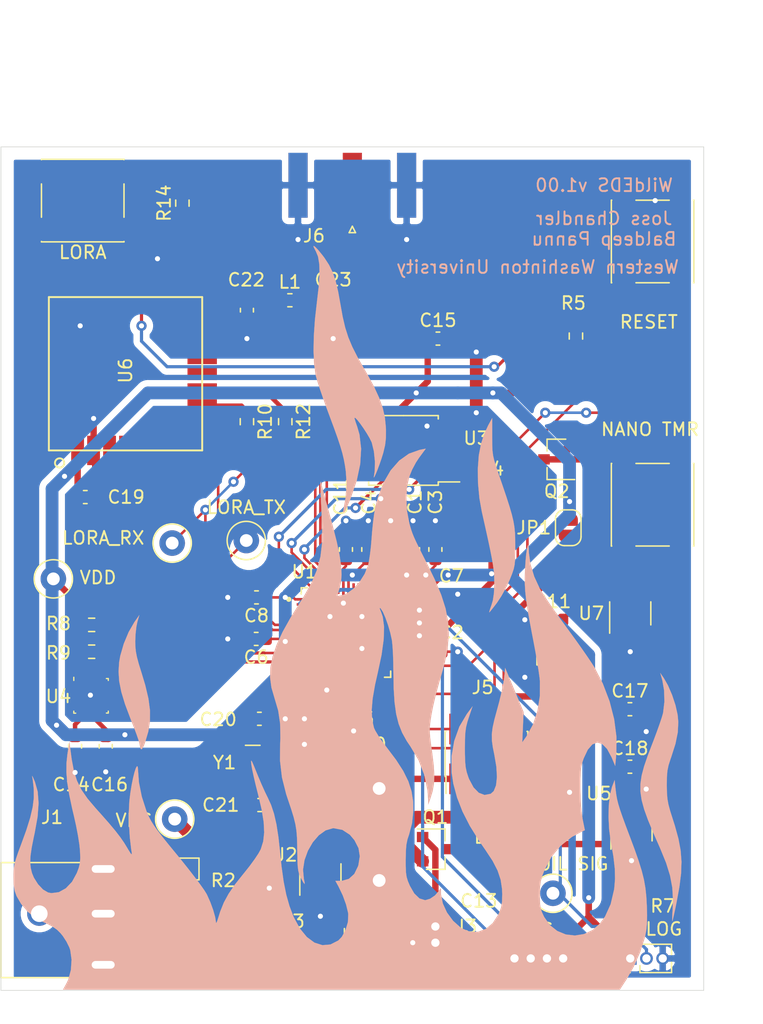
<source format=kicad_pcb>
(kicad_pcb (version 20171130) (host pcbnew 5.1.10-88a1d61d58~90~ubuntu20.04.1)
  (layers (0 F.Cu signal) (31 B.Cu signal) (34 B.Paste user) (35 F.Paste user) (36 B.SilkS user) (37 F.SilkS user) (38 B.Mask user) (39 F.Mask user) (44 Edge.Cuts user))
  (net 0 "")
  (net 1 GND)
  (net 2 +3V3)
  (net 3 +BATT)
  (net 4 "Net-(C13-Pad1)")
  (net 5 XIN)
  (net 6 XOUT)
  (net 7 "Net-(C22-Pad1)")
  (net 8 "Net-(C23-Pad1)")
  (net 9 "Net-(D1-Pad2)")
  (net 10 VDC)
  (net 11 "Net-(D2-Pad1)")
  (net 12 SOIL_SIG)
  (net 13 SCL_SOIL)
  (net 14 SDA_SOIL)
  (net 15 RESET)
  (net 16 SWD_CLK)
  (net 17 SWD_DIO)
  (net 18 "Net-(Q2-Pad2)")
  (net 19 "Net-(R2-Pad2)")
  (net 20 "Net-(R3-Pad2)")
  (net 21 QSPI_CSN)
  (net 22 "Net-(R7-Pad1)")
  (net 23 SDA)
  (net 24 SCL)
  (net 25 LORA_TX)
  (net 26 "Net-(R10-Pad1)")
  (net 27 "Net-(R11-Pad2)")
  (net 28 LORA_RX)
  (net 29 "Net-(R12-Pad1)")
  (net 30 "Net-(R14-Pad2)")
  (net 31 "Net-(SW3-Pad1)")
  (net 32 QSPI_SD1)
  (net 33 QSPI_SD2)
  (net 34 QSPI_SD0)
  (net 35 QSPI_CLK)
  (net 36 QSPI_SD3)
  (net 37 DONE)
  (net 38 VDD)
  (net 39 "Net-(R1-Pad2)")
  (net 40 +1V1)
  (module RP2040_WEDS:Flame_Logo (layer B.Cu) (at 177.1 75.7 180)
    (fp_text reference G*** hide)
    (fp_text value LOGO hide)
  )
  (module TestPoint:TestPoint_Loop_D1.80mm_Drill1.0mm_Beaded (layer F.Cu) (at 163.4 70)
    (fp_text reference LORA_RX (at -5.4 -0.4) (layer F.SilkS))
    (fp_text value TestPoint)
    (pad 1 thru_hole circle (at 0 0) (size 2 2) (drill 1) (layers *.Cu *.Mask) (net 28 LORA_RX))
  )
  (module TestPoint:TestPoint_Loop_D1.80mm_Drill1.0mm_Beaded (layer F.Cu) (at 169.2 69.8)
    (fp_text reference LORA_TX (at 0 -2.6) (layer F.SilkS))
    (fp_text value TestPoint)
    (pad 1 thru_hole circle (at 0 0) (size 2 2) (drill 1) (layers *.Cu *.Mask) (net 25 LORA_TX))
  )
  (module TestPoint:TestPoint_Loop_D1.80mm_Drill1.0mm_Beaded (layer F.Cu) (at 193.2 97.4)
    (fp_text reference "SOIL SIG" (at 1.1 -2.3) (layer F.SilkS))
    (fp_text value TestPoint)
    (pad 1 thru_hole circle (at 0 0) (size 2 2) (drill 1) (layers *.Cu *.Mask) (net 12 SOIL_SIG))
  )
  (module TestPoint:TestPoint_Loop_D1.80mm_Drill1.0mm_Beaded (layer F.Cu) (at 154.1 72.8)
    (fp_text reference VDD (at 3.5 -0.1) (layer F.SilkS))
    (fp_text value TestPoint)
    (pad 1 thru_hole circle (at 0 0) (size 2 2) (drill 1) (layers *.Cu *.Mask) (net 38 VDD))
  )
  (module TestPoint:TestPoint_Loop_D1.80mm_Drill1.0mm_Beaded (layer F.Cu) (at 179.6 89.2)
    (fp_text reference 3V3 (at -3.5 0) (layer F.SilkS))
    (fp_text value TestPoint)
    (pad 1 thru_hole circle (at 0 0) (size 2 2) (drill 1) (layers *.Cu *.Mask) (net 2 +3V3))
  )
  (module TestPoint:TestPoint_Loop_D1.80mm_Drill1.0mm_Beaded (layer F.Cu) (at 179.6 96.4)
    (fp_text reference BATT (at 0 -2.5) (layer F.SilkS))
    (fp_text value TestPoint)
    (pad 1 thru_hole circle (at 0 0) (size 2 2) (drill 1) (layers *.Cu *.Mask) (net 3 +BATT))
  )
  (module TestPoint:TestPoint_Loop_D1.80mm_Drill1.0mm_Beaded (layer F.Cu) (at 163.6 91.6)
    (fp_text reference VDC (at -3.2 0.1) (layer F.SilkS))
    (fp_text value TestPoint)
    (pad 1 thru_hole circle (at 0 0) (size 2 2) (drill 1) (layers *.Cu *.Mask) (net 10 VDC))
  )
  (module Resistor_SMD:R_0603_1608Metric (layer F.Cu) (at 177.4 100.4 270)
    (fp_text reference R1 (at 2.4 0 180) (layer F.SilkS))
    (fp_text value 0)
    (pad 2 smd roundrect (at 0.825 0 270) (size 0.8 0.95) (layers F.Cu F.Paste F.Mask) (net 39 "Net-(R1-Pad2)"))
    (pad 1 smd roundrect (at -0.825 0 270) (size 0.8 0.95) (layers F.Cu F.Paste F.Mask) (net 3 +BATT))
  )
  (module Capacitor_SMD:C_0603_1608Metric (layer F.Cu) (at 182.25 70.5 90)
    (fp_text reference C1 (at 3.7 0.15 270) (layer F.SilkS))
    (fp_text value 1uF)
    (pad 2 smd roundrect (at 0.775 0 90) (size 0.9 0.95) (layers F.Cu F.Paste F.Mask) (net 1 GND))
    (pad 1 smd roundrect (at -0.775 0 90) (size 0.9 0.95) (layers F.Cu F.Paste F.Mask) (net 38 VDD))
  )
  (module Package_LGA:Bosch_LGA-8_2.5x2.5mm_P0.65mm_ClockwisePinNumbering (layer F.Cu) (at 157.05 81.95)
    (fp_text reference U4 (at -2.55 0.05) (layer F.SilkS))
    (fp_text value BME280)
    (pad 5 smd rect (at 0.975 1.025 90) (size 0.5 0.35) (layers F.Cu F.Paste F.Mask) (net 1 GND))
    (pad 6 smd rect (at 0.325 1.025 90) (size 0.5 0.35) (layers F.Cu F.Paste F.Mask) (net 38 VDD))
    (pad 7 smd rect (at -0.325 1.025 90) (size 0.5 0.35) (layers F.Cu F.Paste F.Mask) (net 1 GND))
    (pad 8 smd rect (at -0.975 1.025 90) (size 0.5 0.35) (layers F.Cu F.Paste F.Mask) (net 38 VDD))
    (pad 1 smd rect (at -0.975 -1.025 90) (size 0.5 0.35) (layers F.Cu F.Paste F.Mask) (net 1 GND))
    (pad 2 smd rect (at -0.325 -1.025 90) (size 0.5 0.35) (layers F.Cu F.Paste F.Mask) (net 38 VDD))
    (pad 3 smd rect (at 0.325 -1.025 90) (size 0.5 0.35) (layers F.Cu F.Paste F.Mask) (net 23 SDA))
    (pad 4 smd rect (at 0.975 -1.025 90) (size 0.5 0.35) (layers F.Cu F.Paste F.Mask) (net 24 SCL))
  )
  (module RP2040KICAD:QFN40P700X700X90-57N (layer F.Cu) (at 177 77)
    (fp_text reference U1 (at -3.25 -4.75) (layer F.SilkS))
    (fp_text value RP2040)
    (pad 57 smd rect (at 0 0) (size 3.1 3.1) (layers F.Cu F.Mask) (net 1 GND))
    (pad 42 smd roundrect (at 3.435 -2.6) (size 0.84 0.2) (layers F.Cu F.Paste F.Mask) (roundrect_rratio 0.03) (net 38 VDD))
    (pad 41 smd roundrect (at 3.435 -2.2) (size 0.84 0.2) (layers F.Cu F.Paste F.Mask) (roundrect_rratio 0.03))
    (pad 40 smd roundrect (at 3.435 -1.8) (size 0.84 0.2) (layers F.Cu F.Paste F.Mask) (roundrect_rratio 0.03))
    (pad 39 smd roundrect (at 3.435 -1.4) (size 0.84 0.2) (layers F.Cu F.Paste F.Mask) (roundrect_rratio 0.03))
    (pad 38 smd roundrect (at 3.435 -1) (size 0.84 0.2) (layers F.Cu F.Paste F.Mask) (roundrect_rratio 0.03) (net 12 SOIL_SIG))
    (pad 37 smd roundrect (at 3.435 -0.6) (size 0.84 0.2) (layers F.Cu F.Paste F.Mask) (roundrect_rratio 0.03) (net 13 SCL_SOIL))
    (pad 36 smd roundrect (at 3.435 -0.2) (size 0.84 0.2) (layers F.Cu F.Paste F.Mask) (roundrect_rratio 0.03) (net 14 SDA_SOIL))
    (pad 35 smd roundrect (at 3.435 0.2) (size 0.84 0.2) (layers F.Cu F.Paste F.Mask) (roundrect_rratio 0.03))
    (pad 34 smd roundrect (at 3.435 0.6) (size 0.84 0.2) (layers F.Cu F.Paste F.Mask) (roundrect_rratio 0.03))
    (pad 33 smd roundrect (at 3.435 1) (size 0.84 0.2) (layers F.Cu F.Paste F.Mask) (roundrect_rratio 0.03) (net 38 VDD))
    (pad 32 smd roundrect (at 3.435 1.4) (size 0.84 0.2) (layers F.Cu F.Paste F.Mask) (roundrect_rratio 0.03))
    (pad 31 smd roundrect (at 3.435 1.8) (size 0.84 0.2) (layers F.Cu F.Paste F.Mask) (roundrect_rratio 0.03))
    (pad 30 smd roundrect (at 3.435 2.2) (size 0.84 0.2) (layers F.Cu F.Paste F.Mask) (roundrect_rratio 0.03))
    (pad 29 smd roundrect (at 3.435 2.6) (size 0.84 0.2) (layers F.Cu F.Paste F.Mask) (roundrect_rratio 0.03) (net 37 DONE))
    (pad 14 smd roundrect (at -3.435 2.6) (size 0.84 0.2) (layers F.Cu F.Paste F.Mask) (roundrect_rratio 0.03))
    (pad 13 smd roundrect (at -3.435 2.2) (size 0.84 0.2) (layers F.Cu F.Paste F.Mask) (roundrect_rratio 0.03))
    (pad 12 smd roundrect (at -3.435 1.8) (size 0.84 0.2) (layers F.Cu F.Paste F.Mask) (roundrect_rratio 0.03) (net 24 SCL))
    (pad 11 smd roundrect (at -3.435 1.4) (size 0.84 0.2) (layers F.Cu F.Paste F.Mask) (roundrect_rratio 0.03) (net 23 SDA))
    (pad 10 smd roundrect (at -3.435 1) (size 0.84 0.2) (layers F.Cu F.Paste F.Mask) (roundrect_rratio 0.03) (net 38 VDD))
    (pad 9 smd roundrect (at -3.435 0.6) (size 0.84 0.2) (layers F.Cu F.Paste F.Mask) (roundrect_rratio 0.03))
    (pad 8 smd roundrect (at -3.435 0.2) (size 0.84 0.2) (layers F.Cu F.Paste F.Mask) (roundrect_rratio 0.03))
    (pad 7 smd roundrect (at -3.435 -0.2) (size 0.84 0.2) (layers F.Cu F.Paste F.Mask) (roundrect_rratio 0.03) (net 28 LORA_RX))
    (pad 6 smd roundrect (at -3.435 -0.6) (size 0.84 0.2) (layers F.Cu F.Paste F.Mask) (roundrect_rratio 0.03) (net 25 LORA_TX))
    (pad 5 smd roundrect (at -3.435 -1) (size 0.84 0.2) (layers F.Cu F.Paste F.Mask) (roundrect_rratio 0.03))
    (pad 4 smd roundrect (at -3.435 -1.4) (size 0.84 0.2) (layers F.Cu F.Paste F.Mask) (roundrect_rratio 0.03))
    (pad 3 smd roundrect (at -3.435 -1.8) (size 0.84 0.2) (layers F.Cu F.Paste F.Mask) (roundrect_rratio 0.03))
    (pad 2 smd roundrect (at -3.435 -2.2) (size 0.84 0.2) (layers F.Cu F.Paste F.Mask) (roundrect_rratio 0.03))
    (pad 1 smd roundrect (at -3.435 -2.6) (size 0.84 0.2) (layers F.Cu F.Paste F.Mask) (roundrect_rratio 0.03) (net 38 VDD))
    (pad 56 smd roundrect (at -2.6 -3.435) (size 0.2 0.84) (layers F.Cu F.Paste F.Mask) (roundrect_rratio 0.1) (net 21 QSPI_CSN))
    (pad 55 smd roundrect (at -2.2 -3.435) (size 0.2 0.84) (layers F.Cu F.Paste F.Mask) (roundrect_rratio 0.1) (net 32 QSPI_SD1))
    (pad 54 smd roundrect (at -1.8 -3.435) (size 0.2 0.84) (layers F.Cu F.Paste F.Mask) (roundrect_rratio 0.1) (net 33 QSPI_SD2))
    (pad 53 smd roundrect (at -1.4 -3.435) (size 0.2 0.84) (layers F.Cu F.Paste F.Mask) (roundrect_rratio 0.1) (net 34 QSPI_SD0))
    (pad 52 smd roundrect (at -1 -3.435) (size 0.2 0.84) (layers F.Cu F.Paste F.Mask) (roundrect_rratio 0.1) (net 35 QSPI_CLK))
    (pad 51 smd roundrect (at -0.6 -3.435) (size 0.2 0.84) (layers F.Cu F.Paste F.Mask) (roundrect_rratio 0.1) (net 36 QSPI_SD3))
    (pad 50 smd roundrect (at -0.2 -3.435) (size 0.2 0.84) (layers F.Cu F.Paste F.Mask) (roundrect_rratio 0.1) (net 40 +1V1))
    (pad 49 smd roundrect (at 0.2 -3.435) (size 0.2 0.84) (layers F.Cu F.Paste F.Mask) (roundrect_rratio 0.1) (net 38 VDD))
    (pad 48 smd roundrect (at 0.6 -3.435) (size 0.2 0.84) (layers F.Cu F.Paste F.Mask) (roundrect_rratio 0.1))
    (pad 47 smd roundrect (at 1 -3.435) (size 0.2 0.84) (layers F.Cu F.Paste F.Mask) (roundrect_rratio 0.1))
    (pad 46 smd roundrect (at 1.4 -3.435) (size 0.2 0.84) (layers F.Cu F.Paste F.Mask) (roundrect_rratio 0.1))
    (pad 45 smd roundrect (at 1.8 -3.435) (size 0.2 0.84) (layers F.Cu F.Paste F.Mask) (roundrect_rratio 0.1) (net 40 +1V1))
    (pad 44 smd roundrect (at 2.2 -3.435) (size 0.2 0.84) (layers F.Cu F.Paste F.Mask) (roundrect_rratio 0.1) (net 38 VDD))
    (pad 43 smd roundrect (at 2.6 -3.435) (size 0.2 0.84) (layers F.Cu F.Paste F.Mask) (roundrect_rratio 0.1) (net 38 VDD))
    (pad 28 smd roundrect (at 2.6 3.435) (size 0.2 0.84) (layers F.Cu F.Paste F.Mask) (roundrect_rratio 0.1))
    (pad 27 smd roundrect (at 2.2 3.435) (size 0.2 0.84) (layers F.Cu F.Paste F.Mask) (roundrect_rratio 0.1))
    (pad 26 smd roundrect (at 1.8 3.435) (size 0.2 0.84) (layers F.Cu F.Paste F.Mask) (roundrect_rratio 0.1) (net 15 RESET))
    (pad 25 smd roundrect (at 1.4 3.435) (size 0.2 0.84) (layers F.Cu F.Paste F.Mask) (roundrect_rratio 0.1) (net 17 SWD_DIO))
    (pad 24 smd roundrect (at 1 3.435) (size 0.2 0.84) (layers F.Cu F.Paste F.Mask) (roundrect_rratio 0.1) (net 16 SWD_CLK))
    (pad 23 smd roundrect (at 0.6 3.435) (size 0.2 0.84) (layers F.Cu F.Paste F.Mask) (roundrect_rratio 0.1) (net 40 +1V1))
    (pad 22 smd roundrect (at 0.2 3.435) (size 0.2 0.84) (layers F.Cu F.Paste F.Mask) (roundrect_rratio 0.1) (net 38 VDD))
    (pad 21 smd roundrect (at -0.2 3.435) (size 0.2 0.84) (layers F.Cu F.Paste F.Mask) (roundrect_rratio 0.1) (net 6 XOUT))
    (pad 20 smd roundrect (at -0.6 3.435) (size 0.2 0.84) (layers F.Cu F.Paste F.Mask) (roundrect_rratio 0.1) (net 5 XIN))
    (pad 19 smd roundrect (at -1 3.435) (size 0.2 0.84) (layers F.Cu F.Paste F.Mask) (roundrect_rratio 0.1) (net 1 GND))
    (pad 18 smd roundrect (at -1.4 3.435) (size 0.2 0.84) (layers F.Cu F.Paste F.Mask) (roundrect_rratio 0.1))
    (pad 17 smd roundrect (at -1.8 3.435) (size 0.2 0.84) (layers F.Cu F.Paste F.Mask) (roundrect_rratio 0.1))
    (pad 16 smd roundrect (at -2.2 3.435) (size 0.2 0.84) (layers F.Cu F.Paste F.Mask) (roundrect_rratio 0.1))
    (pad 15 smd roundrect (at -2.6 3.435) (size 0.2 0.84) (layers F.Cu F.Paste F.Mask) (roundrect_rratio 0.1))
  )
  (module Package_SO:SOIC-8_5.23x5.23mm_P1.27mm (layer F.Cu) (at 181.5 62.75 180)
    (fp_text reference U3 (at -5.7 0.95) (layer F.SilkS))
    (fp_text value W25Q128JVS)
    (pad 8 smd roundrect (at 3.6 -1.905 180) (size 1.6 0.6) (layers F.Cu F.Paste F.Mask) (net 38 VDD))
    (pad 7 smd roundrect (at 3.6 -0.635 180) (size 1.6 0.6) (layers F.Cu F.Paste F.Mask) (net 36 QSPI_SD3))
    (pad 6 smd roundrect (at 3.6 0.635 180) (size 1.6 0.6) (layers F.Cu F.Paste F.Mask) (net 35 QSPI_CLK))
    (pad 5 smd roundrect (at 3.6 1.905 180) (size 1.6 0.6) (layers F.Cu F.Paste F.Mask) (net 34 QSPI_SD0))
    (pad 4 smd roundrect (at -3.6 1.905 180) (size 1.6 0.6) (layers F.Cu F.Paste F.Mask) (net 1 GND))
    (pad 3 smd roundrect (at -3.6 0.635 180) (size 1.6 0.6) (layers F.Cu F.Paste F.Mask) (net 33 QSPI_SD2))
    (pad 2 smd roundrect (at -3.6 -0.635 180) (size 1.6 0.6) (layers F.Cu F.Paste F.Mask) (net 32 QSPI_SD1))
    (pad 1 smd roundrect (at -3.6 -1.905 180) (size 1.6 0.6) (layers F.Cu F.Paste F.Mask) (net 21 QSPI_CSN))
  )
  (module Capacitor_SMD:C_0603_1608Metric (layer F.Cu) (at 175.725 83.75 180)
    (fp_text reference C5 (at -2.525 0) (layer F.SilkS))
    (fp_text value 100nF)
    (pad 2 smd roundrect (at 0.775 0 180) (size 0.9 0.95) (layers F.Cu F.Paste F.Mask) (net 1 GND))
    (pad 1 smd roundrect (at -0.775 0 180) (size 0.9 0.95) (layers F.Cu F.Paste F.Mask) (net 38 VDD))
  )
  (module Capacitor_SMD:C_0603_1608Metric (layer F.Cu) (at 170 74.25 180)
    (fp_text reference C8 (at 0 -1.43) (layer F.SilkS))
    (fp_text value 100nF)
    (pad 2 smd roundrect (at 0.775 0 180) (size 0.9 0.95) (layers F.Cu F.Paste F.Mask) (net 1 GND))
    (pad 1 smd roundrect (at -0.775 0 180) (size 0.9 0.95) (layers F.Cu F.Paste F.Mask) (net 38 VDD))
  )
  (module Capacitor_SMD:C_0603_1608Metric (layer F.Cu) (at 170.225 83.75)
    (fp_text reference C20 (at -3.225 0.05) (layer F.SilkS))
    (fp_text value 8pF)
    (pad 2 smd roundrect (at 0.775 0) (size 0.9 0.95) (layers F.Cu F.Paste F.Mask) (net 1 GND))
    (pad 1 smd roundrect (at -0.775 0) (size 0.9 0.95) (layers F.Cu F.Paste F.Mask) (net 5 XIN))
  )
  (module Oscillator:Oscillator_SMD_Abracon_ASDMB-4Pin_2.5x2.0mm (layer F.Cu) (at 170.275 87.175 270)
    (fp_text reference Y1 (at 0 2.775 180) (layer F.SilkS))
    (fp_text value Crystal_GND24)
    (pad 4 smd rect (at -0.825 -0.775 270) (size 0.65 0.85) (layers F.Cu F.Paste F.Mask) (net 1 GND))
    (pad 3 smd rect (at 0.825 -0.775 270) (size 0.65 0.85) (layers F.Cu F.Paste F.Mask) (net 6 XOUT))
    (pad 2 smd rect (at 0.825 0.775 270) (size 0.65 0.85) (layers F.Cu F.Paste F.Mask) (net 1 GND))
    (pad 1 smd rect (at -0.825 0.775 270) (size 0.65 0.85) (layers F.Cu F.Paste F.Mask) (net 5 XIN))
  )
  (module Package_TO_SOT_SMD:SOT-23 (layer F.Cu) (at 193.5 63.45 180)
    (fp_text reference Q2 (at 0 -2.5) (layer F.SilkS))
    (fp_text value Q_PMOS_DGS)
    (pad 3 smd rect (at 1 0 180) (size 0.9 0.8) (layers F.Cu F.Paste F.Mask) (net 2 +3V3))
    (pad 2 smd rect (at -1 0.95 180) (size 0.9 0.8) (layers F.Cu F.Paste F.Mask) (net 18 "Net-(Q2-Pad2)"))
    (pad 1 smd rect (at -1 -0.95 180) (size 0.9 0.8) (layers F.Cu F.Paste F.Mask) (net 38 VDD))
  )
  (module Jumper:SolderJumper-2_P1.3mm_Open_RoundedPad1.0x1.5mm (layer F.Cu) (at 194.4 68.8 90)
    (fp_text reference JP1 (at 0 -2.7 180) (layer F.SilkS))
    (fp_text value SolderJumper_2_Open)
    (pad 2 smd custom (at 0.65 0 90) (size 1 0.5) (layers F.Cu F.Mask) (net 38 VDD) (options (clearance outline) (anchor rect)) (primitives (gr_circle (center 0 0.25) (end 0.5 0.25) (width 0)) (gr_circle (center 0 -0.25) (end 0.5 -0.25) (width 0)) (gr_poly (pts (xy 0 -0.75) (xy -0.5 -0.75) (xy -0.5 0.75) (xy 0 0.75)) (width 0))))
    (pad 1 smd custom (at -0.65 0 90) (size 1 0.5) (layers F.Cu F.Mask) (net 2 +3V3) (options (clearance outline) (anchor rect)) (primitives (gr_circle (center 0 0.25) (end 0.5 0.25) (width 0)) (gr_circle (center 0 -0.25) (end 0.5 -0.25) (width 0)) (gr_poly (pts (xy 0 -0.75) (xy 0.5 -0.75) (xy 0.5 0.75) (xy 0 0.75)) (width 0))))
  )
  (module Capacitor_SMD:C_0603_1608Metric (layer F.Cu) (at 180.6 100.4 270)
    (fp_text reference C9 (at 2.6 0 180) (layer F.SilkS))
    (fp_text value 10uF)
    (pad 2 smd roundrect (at 0.775 0 270) (size 0.9 0.95) (layers F.Cu F.Paste F.Mask) (net 1 GND))
    (pad 1 smd roundrect (at -0.775 0 270) (size 0.9 0.95) (layers F.Cu F.Paste F.Mask) (net 3 +BATT))
  )
  (module 54-00125:SMA_Amphenol_132289_EdgeMount_new (layer F.Cu) (at 177.5 42 90)
    (fp_text reference J6 (at -3.96 -3) (layer F.SilkS))
    (fp_text value SMA-J-P-H-RA-TH1)
    (pad 5 smd rect (at 0 4.25 180) (size 1.5 5.08) (layers B.Cu B.Paste B.Mask) (net 1 GND))
    (pad 4 smd rect (at 0 -4.25 180) (size 1.5 5.08) (layers B.Cu B.Paste B.Mask) (net 1 GND))
    (pad 2 smd rect (at 0 4.25 180) (size 1.5 5.08) (layers F.Cu F.Paste F.Mask) (net 1 GND))
    (pad 3 smd rect (at 0 -4.25 180) (size 1.5 5.08) (layers F.Cu F.Paste F.Mask) (net 1 GND))
    (pad 1 smd rect (at 0 0 180) (size 1.5 5.08) (layers F.Cu F.Paste F.Mask) (net 8 "Net-(C23-Pad1)"))
  )
  (module Package_TO_SOT_SMD:SOT-23-6 (layer F.Cu) (at 199.25 75.5 90)
    (fp_text reference U7 (at 0 -3.05 180) (layer F.SilkS))
    (fp_text value TPL5110)
    (pad 5 smd rect (at 1.1 0 90) (size 1.06 0.65) (layers F.Cu F.Paste F.Mask) (net 18 "Net-(Q2-Pad2)"))
    (pad 6 smd rect (at 1.1 -0.95 90) (size 1.06 0.65) (layers F.Cu F.Paste F.Mask) (net 2 +3V3))
    (pad 4 smd rect (at 1.1 0.95 90) (size 1.06 0.65) (layers F.Cu F.Paste F.Mask) (net 37 DONE))
    (pad 3 smd rect (at -1.1 0.95 90) (size 1.06 0.65) (layers F.Cu F.Paste F.Mask) (net 27 "Net-(R11-Pad2)"))
    (pad 2 smd rect (at -1.1 0 90) (size 1.06 0.65) (layers F.Cu F.Paste F.Mask) (net 1 GND))
    (pad 1 smd rect (at -1.1 -0.95 90) (size 1.06 0.65) (layers F.Cu F.Paste F.Mask) (net 2 +3V3))
  )
  (module LoRa-E5:LoRa-E5 (layer F.Cu) (at 159.75 56.75 90)
    (fp_text reference U6 (at 0.25 0 90) (layer F.SilkS))
    (fp_text value LoRa-E5)
    (pad 28 smd rect (at -3.75 -6 90) (size 1 2.3) (layers F.Cu F.Paste F.Mask))
    (pad 27 smd rect (at -2.5 -6 90) (size 1 2.3) (layers F.Cu F.Paste F.Mask))
    (pad 26 smd rect (at -1.25 -6 90) (size 1 2.3) (layers F.Cu F.Paste F.Mask))
    (pad 22 smd rect (at 3.75 -6 90) (size 1 2.3) (layers F.Cu F.Paste F.Mask) (net 1 GND))
    (pad 23 smd rect (at 2.5 -6 90) (size 1 2.3) (layers F.Cu F.Paste F.Mask))
    (pad 24 smd rect (at 1.25 -6 90) (size 1 2.3) (layers F.Cu F.Paste F.Mask) (net 31 "Net-(SW3-Pad1)"))
    (pad 25 smd rect (at 0 -6 90) (size 1 2.3) (layers F.Cu F.Paste F.Mask))
    (pad 21 smd rect (at 6 -3.75) (size 1 2.3) (layers F.Cu F.Paste F.Mask))
    (pad 20 smd rect (at 6 -2.5) (size 1 2.3) (layers F.Cu F.Paste F.Mask))
    (pad 19 smd rect (at 6 -1.25) (size 1 2.3) (layers F.Cu F.Paste F.Mask))
    (pad 15 smd rect (at 6 3.75) (size 1 2.3) (layers F.Cu F.Paste F.Mask) (net 7 "Net-(C22-Pad1)"))
    (pad 16 smd rect (at 6 2.5) (size 1 2.3) (layers F.Cu F.Paste F.Mask) (net 1 GND))
    (pad 17 smd rect (at 6 1.25) (size 1 2.3) (layers F.Cu F.Paste F.Mask) (net 15 RESET))
    (pad 18 smd rect (at 6 0) (size 1 2.3) (layers F.Cu F.Paste F.Mask))
    (pad 14 smd rect (at 3.75 6 270) (size 1 2.3) (layers F.Cu F.Paste F.Mask))
    (pad 13 smd rect (at 2.5 6 270) (size 1 2.3) (layers F.Cu F.Paste F.Mask))
    (pad 12 smd rect (at 1.25 6 270) (size 1 2.3) (layers F.Cu F.Paste F.Mask))
    (pad 8 smd rect (at -3.75 6 270) (size 1 2.3) (layers F.Cu F.Paste F.Mask))
    (pad 9 smd rect (at -2.5 6 270) (size 1 2.3) (layers F.Cu F.Paste F.Mask) (net 26 "Net-(R10-Pad1)"))
    (pad 10 smd rect (at -1.25 6 270) (size 1 2.3) (layers F.Cu F.Paste F.Mask) (net 29 "Net-(R12-Pad1)"))
    (pad 11 smd rect (at 0 6 270) (size 1 2.3) (layers F.Cu F.Paste F.Mask))
    (pad 7 smd rect (at -6 3.75 180) (size 1 2.3) (layers F.Cu F.Paste F.Mask))
    (pad 6 smd rect (at -6 2.5 180) (size 1 2.3) (layers F.Cu F.Paste F.Mask))
    (pad 5 smd rect (at -6 1.25 180) (size 1 2.3) (layers F.Cu F.Paste F.Mask))
    (pad 1 smd rect (at -6 -3.75 180) (size 1 2.3) (layers F.Cu F.Paste F.Mask) (net 38 VDD))
    (pad 2 smd rect (at -6 -2.5 180) (size 1 2.3) (layers F.Cu F.Paste F.Mask) (net 1 GND))
    (pad 3 smd rect (at -6 -1.25 180) (size 1 2.3) (layers F.Cu F.Paste F.Mask))
    (pad 4 smd rect (at -6 0 180) (size 1 2.3) (layers F.Cu F.Paste F.Mask))
  )
  (module Package_TO_SOT_SMD:SOT-23-5 (layer F.Cu) (at 199.35 92.4 90)
    (fp_text reference U5 (at 2.8 -2.55 180) (layer F.SilkS))
    (fp_text value AP2112K-3.3)
    (pad 5 smd rect (at 1.1 -0.95 90) (size 1.06 0.65) (layers F.Cu F.Paste F.Mask) (net 2 +3V3))
    (pad 4 smd rect (at 1.1 0.95 90) (size 1.06 0.65) (layers F.Cu F.Paste F.Mask))
    (pad 3 smd rect (at -1.1 0.95 90) (size 1.06 0.65) (layers F.Cu F.Paste F.Mask) (net 22 "Net-(R7-Pad1)"))
    (pad 2 smd rect (at -1.1 0 90) (size 1.06 0.65) (layers F.Cu F.Paste F.Mask) (net 1 GND))
    (pad 1 smd rect (at -1.1 -0.95 90) (size 1.06 0.65) (layers F.Cu F.Paste F.Mask) (net 4 "Net-(C13-Pad1)"))
  )
  (module Package_TO_SOT_SMD:SOT-23-5 (layer F.Cu) (at 175 96 90)
    (fp_text reference U2 (at 1.6 -2.8 180) (layer F.SilkS))
    (fp_text value MCP73831-2-OT)
    (pad 5 smd rect (at 1.1 -0.95 90) (size 1.06 0.65) (layers F.Cu F.Paste F.Mask) (net 19 "Net-(R2-Pad2)"))
    (pad 4 smd rect (at 1.1 0.95 90) (size 1.06 0.65) (layers F.Cu F.Paste F.Mask) (net 10 VDC))
    (pad 3 smd rect (at -1.1 0.95 90) (size 1.06 0.65) (layers F.Cu F.Paste F.Mask) (net 39 "Net-(R1-Pad2)"))
    (pad 2 smd rect (at -1.1 0 90) (size 1.06 0.65) (layers F.Cu F.Paste F.Mask) (net 1 GND))
    (pad 1 smd rect (at -1.1 -0.95 90) (size 1.06 0.65) (layers F.Cu F.Paste F.Mask) (net 20 "Net-(R3-Pad2)"))
  )
  (module Button_Switch_SMD:SW_Push_1P1T_NO_6x6mm_H9.5mm (layer F.Cu) (at 156.4 43.2 180)
    (fp_text reference LORA (at 0 -4.05) (layer F.SilkS))
    (fp_text value SW_Push)
    (pad 2 smd rect (at 3.975 2.25 180) (size 1.55 1.3) (layers F.Cu F.Paste F.Mask) (net 30 "Net-(R14-Pad2)"))
    (pad 1 smd rect (at 3.975 -2.25 180) (size 1.55 1.3) (layers F.Cu F.Paste F.Mask) (net 31 "Net-(SW3-Pad1)"))
    (pad 1 smd rect (at -3.975 -2.25 180) (size 1.55 1.3) (layers F.Cu F.Paste F.Mask) (net 31 "Net-(SW3-Pad1)"))
    (pad 2 smd rect (at -3.975 2.25 180) (size 1.55 1.3) (layers F.Cu F.Paste F.Mask) (net 30 "Net-(R14-Pad2)"))
  )
  (module Button_Switch_SMD:SW_Push_1P1T_NO_6x6mm_H9.5mm (layer F.Cu) (at 201 67 270)
    (fp_text reference "NANO TMR" (at -5.9 0.2 180) (layer F.SilkS))
    (fp_text value SW_Push)
    (pad 2 smd rect (at 3.975 2.25 270) (size 1.55 1.3) (layers F.Cu F.Paste F.Mask) (net 2 +3V3))
    (pad 1 smd rect (at 3.975 -2.25 270) (size 1.55 1.3) (layers F.Cu F.Paste F.Mask) (net 27 "Net-(R11-Pad2)"))
    (pad 1 smd rect (at -3.975 -2.25 270) (size 1.55 1.3) (layers F.Cu F.Paste F.Mask) (net 27 "Net-(R11-Pad2)"))
    (pad 2 smd rect (at -3.975 2.25 270) (size 1.55 1.3) (layers F.Cu F.Paste F.Mask) (net 2 +3V3))
  )
  (module Button_Switch_SMD:SW_Push_1P1T_NO_6x6mm_H9.5mm (layer F.Cu) (at 201 46.4 270)
    (fp_text reference RESET (at 6.3 0.3 180) (layer F.SilkS))
    (fp_text value SW_Push)
    (pad 2 smd rect (at 3.975 2.25 270) (size 1.55 1.3) (layers F.Cu F.Paste F.Mask) (net 1 GND))
    (pad 1 smd rect (at 3.975 -2.25 270) (size 1.55 1.3) (layers F.Cu F.Paste F.Mask) (net 15 RESET))
    (pad 1 smd rect (at -3.975 -2.25 270) (size 1.55 1.3) (layers F.Cu F.Paste F.Mask) (net 15 RESET))
    (pad 2 smd rect (at -3.975 2.25 270) (size 1.55 1.3) (layers F.Cu F.Paste F.Mask) (net 1 GND))
  )
  (module Resistor_SMD:R_0603_1608Metric (layer F.Cu) (at 164.2 43.4 90)
    (fp_text reference R14 (at 0 -1.43 90) (layer F.SilkS))
    (fp_text value 470)
    (pad 2 smd roundrect (at 0.825 0 90) (size 0.8 0.95) (layers F.Cu F.Paste F.Mask) (net 30 "Net-(R14-Pad2)"))
    (pad 1 smd roundrect (at -0.825 0 90) (size 0.8 0.95) (layers F.Cu F.Paste F.Mask) (net 1 GND))
  )
  (module Resistor_SMD:R_0603_1608Metric (layer F.Cu) (at 193.175 80.5)
    (fp_text reference R13 (at 0 -1.43) (layer F.SilkS))
    (fp_text value 287k)
    (pad 2 smd roundrect (at 0.825 0) (size 0.8 0.95) (layers F.Cu F.Paste F.Mask) (net 27 "Net-(R11-Pad2)"))
    (pad 1 smd roundrect (at -0.825 0) (size 0.8 0.95) (layers F.Cu F.Paste F.Mask) (net 1 GND))
  )
  (module Resistor_SMD:R_0603_1608Metric (layer F.Cu) (at 172.25 60.5 270)
    (fp_text reference R12 (at 0 -1.43 90) (layer F.SilkS))
    (fp_text value 22)
    (pad 2 smd roundrect (at 0.825 0 270) (size 0.8 0.95) (layers F.Cu F.Paste F.Mask) (net 28 LORA_RX))
    (pad 1 smd roundrect (at -0.825 0 270) (size 0.8 0.95) (layers F.Cu F.Paste F.Mask) (net 29 "Net-(R12-Pad1)"))
  )
  (module Resistor_SMD:R_0603_1608Metric (layer F.Cu) (at 193.175 76)
    (fp_text reference R11 (at 0 -1.43) (layer F.SilkS))
    (fp_text value 221k)
    (pad 2 smd roundrect (at 0.825 0) (size 0.8 0.95) (layers F.Cu F.Paste F.Mask) (net 27 "Net-(R11-Pad2)"))
    (pad 1 smd roundrect (at -0.825 0) (size 0.8 0.95) (layers F.Cu F.Paste F.Mask) (net 1 GND))
  )
  (module Resistor_SMD:R_0603_1608Metric (layer F.Cu) (at 169.25 60.5 270)
    (fp_text reference R10 (at 0 -1.43 90) (layer F.SilkS))
    (fp_text value 22)
    (pad 2 smd roundrect (at 0.825 0 270) (size 0.8 0.95) (layers F.Cu F.Paste F.Mask) (net 25 LORA_TX))
    (pad 1 smd roundrect (at -0.825 0 270) (size 0.8 0.95) (layers F.Cu F.Paste F.Mask) (net 26 "Net-(R10-Pad1)"))
  )
  (module Resistor_SMD:R_0603_1608Metric (layer F.Cu) (at 157.1 78.5)
    (fp_text reference R9 (at -2.6 0.1) (layer F.SilkS))
    (fp_text value 10k)
    (pad 2 smd roundrect (at 0.825 0) (size 0.8 0.95) (layers F.Cu F.Paste F.Mask) (net 24 SCL))
    (pad 1 smd roundrect (at -0.825 0) (size 0.8 0.95) (layers F.Cu F.Paste F.Mask) (net 38 VDD))
  )
  (module Resistor_SMD:R_0603_1608Metric (layer F.Cu) (at 157.1 76.4)
    (fp_text reference R8 (at -2.6 -0.1) (layer F.SilkS))
    (fp_text value 10k)
    (pad 2 smd roundrect (at 0.825 0) (size 0.8 0.95) (layers F.Cu F.Paste F.Mask) (net 23 SDA))
    (pad 1 smd roundrect (at -0.825 0) (size 0.8 0.95) (layers F.Cu F.Paste F.Mask) (net 38 VDD))
  )
  (module Resistor_SMD:R_0603_1608Metric (layer F.Cu) (at 199.175 98.5 180)
    (fp_text reference R7 (at -2.625 0.1) (layer F.SilkS))
    (fp_text value 10k)
    (pad 2 smd roundrect (at 0.825 0 180) (size 0.8 0.95) (layers F.Cu F.Paste F.Mask) (net 4 "Net-(C13-Pad1)"))
    (pad 1 smd roundrect (at -0.825 0 180) (size 0.8 0.95) (layers F.Cu F.Paste F.Mask) (net 22 "Net-(R7-Pad1)"))
  )
  (module Resistor_SMD:R_0603_1608Metric (layer F.Cu) (at 193.675 92)
    (fp_text reference R6 (at -0.675 -1.75) (layer F.SilkS))
    (fp_text value 10k)
    (pad 2 smd roundrect (at 0.825 0) (size 0.8 0.95) (layers F.Cu F.Paste F.Mask) (net 1 GND))
    (pad 1 smd roundrect (at -0.825 0) (size 0.8 0.95) (layers F.Cu F.Paste F.Mask) (net 10 VDC))
  )
  (module Resistor_SMD:R_0603_1608Metric (layer F.Cu) (at 195 53.8 90)
    (fp_text reference R5 (at 2.575 -0.2 180) (layer F.SilkS))
    (fp_text value 10k)
    (pad 2 smd roundrect (at 0.825 0 90) (size 0.8 0.95) (layers F.Cu F.Paste F.Mask) (net 15 RESET))
    (pad 1 smd roundrect (at -0.825 0 90) (size 0.8 0.95) (layers F.Cu F.Paste F.Mask) (net 38 VDD))
  )
  (module Resistor_SMD:R_0603_1608Metric (layer F.Cu) (at 188.4 66.6 270)
    (fp_text reference R4 (at -2.4 0 180) (layer F.SilkS))
    (fp_text value 10k)
    (pad 2 smd roundrect (at 0.825 0 270) (size 0.8 0.95) (layers F.Cu F.Paste F.Mask) (net 38 VDD))
    (pad 1 smd roundrect (at -0.825 0 270) (size 0.8 0.95) (layers F.Cu F.Paste F.Mask) (net 21 QSPI_CSN))
  )
  (module Resistor_SMD:R_0603_1608Metric (layer F.Cu) (at 174 101.825 90)
    (fp_text reference R3 (at 2.225 -1.2 180) (layer F.SilkS))
    (fp_text value 10k)
    (pad 2 smd roundrect (at 0.825 0 90) (size 0.8 0.95) (layers F.Cu F.Paste F.Mask) (net 20 "Net-(R3-Pad2)"))
    (pad 1 smd roundrect (at -0.825 0 90) (size 0.8 0.95) (layers F.Cu F.Paste F.Mask) (net 11 "Net-(D2-Pad1)"))
  )
  (module Resistor_SMD:R_0603_1608Metric (layer F.Cu) (at 169.5 96.325 90)
    (fp_text reference R2 (at -0.075 -2.1 180) (layer F.SilkS))
    (fp_text value 2k)
    (pad 2 smd roundrect (at 0.825 0 90) (size 0.8 0.95) (layers F.Cu F.Paste F.Mask) (net 19 "Net-(R2-Pad2)"))
    (pad 1 smd roundrect (at -0.825 0 90) (size 0.8 0.95) (layers F.Cu F.Paste F.Mask) (net 1 GND))
  )
  (module Package_TO_SOT_SMD:SOT-23 (layer F.Cu) (at 184 93.95)
    (fp_text reference Q1 (at 0 -2.5) (layer F.SilkS))
    (fp_text value Q_PMOS_DGS)
    (pad 3 smd rect (at 1 0) (size 0.9 0.8) (layers F.Cu F.Paste F.Mask) (net 4 "Net-(C13-Pad1)"))
    (pad 2 smd rect (at -1 0.95) (size 0.9 0.8) (layers F.Cu F.Paste F.Mask) (net 10 VDC))
    (pad 1 smd rect (at -1 -0.95) (size 0.9 0.8) (layers F.Cu F.Paste F.Mask) (net 3 +BATT))
  )
  (module Inductor_SMD:L_0603_1608Metric (layer F.Cu) (at 172.6125 51)
    (fp_text reference L1 (at 0 -1.43) (layer F.SilkS))
    (fp_text value 0H)
    (pad 2 smd roundrect (at 0.7875 0) (size 0.875 0.95) (layers F.Cu F.Paste F.Mask) (net 8 "Net-(C23-Pad1)"))
    (pad 1 smd roundrect (at -0.7875 0) (size 0.875 0.95) (layers F.Cu F.Paste F.Mask) (net 7 "Net-(C22-Pad1)"))
  )
  (module Connector_PinHeader_1.27mm:PinHeader_2x05_P1.27mm_Vertical_SMD (layer F.Cu) (at 188 86.5 90)
    (fp_text reference J5 (at 5.2 -0.3 180) (layer F.SilkS))
    (fp_text value Conn_02x05_Odd_Even)
    (pad 10 smd rect (at 1.95 2.54 90) (size 2.4 0.74) (layers F.Cu F.Paste F.Mask) (net 15 RESET))
    (pad 9 smd rect (at -1.95 2.54 90) (size 2.4 0.74) (layers F.Cu F.Paste F.Mask) (net 1 GND))
    (pad 8 smd rect (at 1.95 1.27 90) (size 2.4 0.74) (layers F.Cu F.Paste F.Mask))
    (pad 7 smd rect (at -1.95 1.27 90) (size 2.4 0.74) (layers F.Cu F.Paste F.Mask) (net 1 GND))
    (pad 6 smd rect (at 1.95 0 90) (size 2.4 0.74) (layers F.Cu F.Paste F.Mask))
    (pad 5 smd rect (at -1.95 0 90) (size 2.4 0.74) (layers F.Cu F.Paste F.Mask) (net 1 GND))
    (pad 4 smd rect (at 1.95 -1.27 90) (size 2.4 0.74) (layers F.Cu F.Paste F.Mask) (net 16 SWD_CLK))
    (pad 3 smd rect (at -1.95 -1.27 90) (size 2.4 0.74) (layers F.Cu F.Paste F.Mask) (net 1 GND))
    (pad 2 smd rect (at 1.95 -2.54 90) (size 2.4 0.74) (layers F.Cu F.Paste F.Mask) (net 17 SWD_DIO))
    (pad 1 smd rect (at -1.95 -2.54 90) (size 2.4 0.74) (layers F.Cu F.Paste F.Mask) (net 2 +3V3))
  )
  (module Connector_PinHeader_1.27mm:PinHeader_1x04_P1.27mm_Vertical (layer F.Cu) (at 194 102.5 270)
    (fp_text reference I2C (at -2.25 2 180) (layer F.SilkS))
    (fp_text value Conn_01x04_Male)
    (pad 4 thru_hole oval (at 0 3.81 270) (size 1 1) (drill 0.65) (layers *.Cu *.Mask) (net 14 SDA_SOIL))
    (pad 3 thru_hole oval (at 0 2.54 270) (size 1 1) (drill 0.65) (layers *.Cu *.Mask) (net 13 SCL_SOIL))
    (pad 2 thru_hole oval (at 0 1.27 270) (size 1 1) (drill 0.65) (layers *.Cu *.Mask) (net 1 GND))
    (pad 1 thru_hole rect (at 0 0 270) (size 1 1) (drill 0.65) (layers *.Cu *.Mask) (net 38 VDD))
  )
  (module Connector_PinHeader_1.27mm:PinHeader_2x01_P1.27mm_Vertical (layer F.Cu) (at 184 100 270)
    (fp_text reference J3 (at 0 -2.4 180) (layer F.SilkS))
    (fp_text value "LiPo Batt")
    (pad 2 thru_hole oval (at 1.27 0 270) (size 1 1) (drill 0.65) (layers *.Cu *.Mask) (net 1 GND))
    (pad 1 thru_hole rect (at 0 0 270) (size 1 1) (drill 0.65) (layers *.Cu *.Mask) (net 3 +BATT))
  )
  (module Connector_PinHeader_1.27mm:PinHeader_1x03_P1.27mm_Vertical (layer F.Cu) (at 199.25 102.5 90)
    (fp_text reference ANALOG (at 2.3 1.25 180) (layer F.SilkS))
    (fp_text value Conn_01x03_Male)
    (pad 3 thru_hole oval (at 0 2.54 90) (size 1 1) (drill 0.65) (layers *.Cu *.Mask) (net 1 GND))
    (pad 2 thru_hole oval (at 0 1.27 90) (size 1 1) (drill 0.65) (layers *.Cu *.Mask) (net 12 SOIL_SIG))
    (pad 1 thru_hole rect (at 0 0 90) (size 1 1) (drill 0.65) (layers *.Cu *.Mask) (net 38 VDD))
  )
  (module 54-00125:54-00125 (layer F.Cu) (at 154 94)
    (fp_text reference J1 (at 0 -2.54) (layer F.SilkS))
    (fp_text value Barrel_Jack_Switch_Pin3Ring)
    (pad 3 thru_hole oval (at 4 9) (size 2.7 1.2) (drill oval 1.8 0.6) (layers *.Cu *.Mask) (net 1 GND))
    (pad 2 thru_hole oval (at 4 5) (size 2.7 1.2) (drill oval 1.8 0.6) (layers *.Cu *.Mask) (net 1 GND))
    (pad 1 thru_hole oval (at 4 1.5) (size 2.7 1.2) (drill oval 1.8 0.6) (layers *.Cu *.Mask) (net 9 "Net-(D1-Pad2)"))
    (pad "" thru_hole circle (at -1 5) (size 1.9 1.9) (drill 1.3) (layers *.Cu *.Mask))
  )
  (module Diode_SMD:D_SOD-323 (layer F.Cu) (at 190 93 90)
    (fp_text reference D3 (at 0 -2 180) (layer F.SilkS))
    (fp_text value D_Schottky)
    (pad 2 smd rect (at 1.05 0 90) (size 0.6 0.45) (layers F.Cu F.Paste F.Mask) (net 10 VDC))
    (pad 1 smd rect (at -1.05 0 90) (size 0.6 0.45) (layers F.Cu F.Paste F.Mask) (net 4 "Net-(C13-Pad1)"))
  )
  (module LED_SMD:LED_0603_1608Metric (layer F.Cu) (at 169.5 101.7875 90)
    (fp_text reference D2 (at 0.9875 -1.9 180) (layer F.SilkS))
    (fp_text value LED)
    (pad 2 smd roundrect (at 0.7875 0 90) (size 0.875 0.95) (layers F.Cu F.Paste F.Mask) (net 10 VDC))
    (pad 1 smd roundrect (at -0.7875 0 90) (size 0.875 0.95) (layers F.Cu F.Paste F.Mask) (net 11 "Net-(D2-Pad1)"))
  )
  (module Diode_SMD:D_SOD-323 (layer F.Cu) (at 164 95.5 180)
    (fp_text reference D1 (at 0 -1.85) (layer F.SilkS))
    (fp_text value D_Schottky)
    (pad 2 smd rect (at 1.05 0 180) (size 0.6 0.45) (layers F.Cu F.Paste F.Mask) (net 9 "Net-(D1-Pad2)"))
    (pad 1 smd rect (at -1.05 0 180) (size 0.6 0.45) (layers F.Cu F.Paste F.Mask) (net 10 VDC))
  )
  (module Capacitor_SMD:C_0603_1608Metric (layer F.Cu) (at 176 51.75 270)
    (fp_text reference C23 (at -2.35 0 180) (layer F.SilkS))
    (fp_text value DNP)
    (pad 2 smd roundrect (at 0.775 0 270) (size 0.9 0.95) (layers F.Cu F.Paste F.Mask) (net 1 GND))
    (pad 1 smd roundrect (at -0.775 0 270) (size 0.9 0.95) (layers F.Cu F.Paste F.Mask) (net 8 "Net-(C23-Pad1)"))
  )
  (module Capacitor_SMD:C_0603_1608Metric (layer F.Cu) (at 169.25 51.775 270)
    (fp_text reference C22 (at -2.375 0.05 180) (layer F.SilkS))
    (fp_text value DNP)
    (pad 2 smd roundrect (at 0.775 0 270) (size 0.9 0.95) (layers F.Cu F.Paste F.Mask) (net 1 GND))
    (pad 1 smd roundrect (at -0.775 0 270) (size 0.9 0.95) (layers F.Cu F.Paste F.Mask) (net 7 "Net-(C22-Pad1)"))
  )
  (module Capacitor_SMD:C_0603_1608Metric (layer F.Cu) (at 170.25 90.5)
    (fp_text reference C21 (at -3.05 0 180) (layer F.SilkS))
    (fp_text value 8pF)
    (pad 2 smd roundrect (at 0.775 0) (size 0.9 0.95) (layers F.Cu F.Paste F.Mask) (net 6 XOUT))
    (pad 1 smd roundrect (at -0.775 0) (size 0.9 0.95) (layers F.Cu F.Paste F.Mask) (net 1 GND))
  )
  (module Capacitor_SMD:C_0603_1608Metric (layer F.Cu) (at 156.6 66.4)
    (fp_text reference C19 (at 3.2 0) (layer F.SilkS))
    (fp_text value 4.7uF)
    (pad 2 smd roundrect (at 0.775 0) (size 0.9 0.95) (layers F.Cu F.Paste F.Mask) (net 1 GND))
    (pad 1 smd roundrect (at -0.775 0) (size 0.9 0.95) (layers F.Cu F.Paste F.Mask) (net 38 VDD))
  )
  (module Capacitor_SMD:C_0603_1608Metric (layer F.Cu) (at 199.225 87.5)
    (fp_text reference C18 (at 0 -1.43) (layer F.SilkS))
    (fp_text value 10uF)
    (pad 2 smd roundrect (at 0.775 0) (size 0.9 0.95) (layers F.Cu F.Paste F.Mask) (net 1 GND))
    (pad 1 smd roundrect (at -0.775 0) (size 0.9 0.95) (layers F.Cu F.Paste F.Mask) (net 2 +3V3))
  )
  (module Capacitor_SMD:C_0603_1608Metric (layer F.Cu) (at 199.225 83)
    (fp_text reference C17 (at 0 -1.43) (layer F.SilkS))
    (fp_text value 10uF)
    (pad 2 smd roundrect (at 0.775 0) (size 0.9 0.95) (layers F.Cu F.Paste F.Mask) (net 1 GND))
    (pad 1 smd roundrect (at -0.775 0) (size 0.9 0.95) (layers F.Cu F.Paste F.Mask) (net 2 +3V3))
  )
  (module Capacitor_SMD:C_0603_1608Metric (layer F.Cu) (at 158.2 85.9 270)
    (fp_text reference C16 (at 3 -0.3 180) (layer F.SilkS))
    (fp_text value 100nF)
    (pad 2 smd roundrect (at 0.775 0 270) (size 0.9 0.95) (layers F.Cu F.Paste F.Mask) (net 1 GND))
    (pad 1 smd roundrect (at -0.775 0 270) (size 0.9 0.95) (layers F.Cu F.Paste F.Mask) (net 38 VDD))
  )
  (module Capacitor_SMD:C_0603_1608Metric (layer F.Cu) (at 184.2 54)
    (fp_text reference C15 (at 0 -1.43) (layer F.SilkS))
    (fp_text value C)
    (pad 2 smd roundrect (at 0.775 0) (size 0.9 0.95) (layers F.Cu F.Paste F.Mask) (net 1 GND))
    (pad 1 smd roundrect (at -0.775 0) (size 0.9 0.95) (layers F.Cu F.Paste F.Mask) (net 38 VDD))
  )
  (module Capacitor_SMD:C_0603_1608Metric (layer F.Cu) (at 155.8 85.9 270)
    (fp_text reference C14 (at 3 0.3 180) (layer F.SilkS))
    (fp_text value 100nF)
    (pad 2 smd roundrect (at 0.775 0 270) (size 0.9 0.95) (layers F.Cu F.Paste F.Mask) (net 1 GND))
    (pad 1 smd roundrect (at -0.775 0 270) (size 0.9 0.95) (layers F.Cu F.Paste F.Mask) (net 38 VDD))
  )
  (module Capacitor_SMD:C_0603_1608Metric (layer F.Cu) (at 190 98.275 270)
    (fp_text reference C13 (at -0.275 2.6 180) (layer F.SilkS))
    (fp_text value 10uF)
    (pad 2 smd roundrect (at 0.775 0 270) (size 0.9 0.95) (layers F.Cu F.Paste F.Mask) (net 1 GND))
    (pad 1 smd roundrect (at -0.775 0 270) (size 0.9 0.95) (layers F.Cu F.Paste F.Mask) (net 4 "Net-(C13-Pad1)"))
  )
  (module Capacitor_SMD:C_0603_1608Metric (layer F.Cu) (at 180.5 70.5 90)
    (fp_text reference C12 (at 4.1 0.1 270) (layer F.SilkS))
    (fp_text value 1uF)
    (pad 2 smd roundrect (at 0.775 0 90) (size 0.9 0.95) (layers F.Cu F.Paste F.Mask) (net 1 GND))
    (pad 1 smd roundrect (at -0.775 0 90) (size 0.9 0.95) (layers F.Cu F.Paste F.Mask) (net 40 +1V1))
  )
  (module Capacitor_SMD:C_0603_1608Metric (layer F.Cu) (at 177 70.5 90)
    (fp_text reference C11 (at 4.1 -0.4 270) (layer F.SilkS))
    (fp_text value 100nF)
    (pad 2 smd roundrect (at 0.775 0 90) (size 0.9 0.95) (layers F.Cu F.Paste F.Mask) (net 1 GND))
    (pad 1 smd roundrect (at -0.775 0 90) (size 0.9 0.95) (layers F.Cu F.Paste F.Mask) (net 40 +1V1))
  )
  (module Capacitor_SMD:C_0603_1608Metric (layer F.Cu) (at 175.75 85.75 180)
    (fp_text reference C10 (at -2.975 0) (layer F.SilkS))
    (fp_text value 100nF)
    (pad 2 smd roundrect (at 0.775 0 180) (size 0.9 0.95) (layers F.Cu F.Paste F.Mask) (net 1 GND))
    (pad 1 smd roundrect (at -0.775 0 180) (size 0.9 0.95) (layers F.Cu F.Paste F.Mask) (net 40 +1V1))
  )
  (module Capacitor_SMD:C_0603_1608Metric (layer F.Cu) (at 183.775 74)
    (fp_text reference C7 (at 1.475 -1.43) (layer F.SilkS))
    (fp_text value 100nF)
    (pad 2 smd roundrect (at 0.775 0) (size 0.9 0.95) (layers F.Cu F.Paste F.Mask) (net 1 GND))
    (pad 1 smd roundrect (at -0.775 0) (size 0.9 0.95) (layers F.Cu F.Paste F.Mask) (net 38 VDD))
  )
  (module Capacitor_SMD:C_0603_1608Metric (layer F.Cu) (at 169.975 77.5 180)
    (fp_text reference C6 (at 0 -1.43) (layer F.SilkS))
    (fp_text value 100nF)
    (pad 2 smd roundrect (at 0.775 0 180) (size 0.9 0.95) (layers F.Cu F.Paste F.Mask) (net 1 GND))
    (pad 1 smd roundrect (at -0.775 0 180) (size 0.9 0.95) (layers F.Cu F.Paste F.Mask) (net 38 VDD))
  )
  (module Capacitor_SMD:C_0603_1608Metric (layer F.Cu) (at 178.75 70.5 90)
    (fp_text reference C4 (at 3.7 0.05 270) (layer F.SilkS))
    (fp_text value 100nF)
    (pad 2 smd roundrect (at 0.775 0 90) (size 0.9 0.95) (layers F.Cu F.Paste F.Mask) (net 1 GND))
    (pad 1 smd roundrect (at -0.775 0 90) (size 0.9 0.95) (layers F.Cu F.Paste F.Mask) (net 38 VDD))
  )
  (module Capacitor_SMD:C_0603_1608Metric (layer F.Cu) (at 184 70.5 90)
    (fp_text reference C3 (at 3.7 0 270) (layer F.SilkS))
    (fp_text value 100nF)
    (pad 2 smd roundrect (at 0.775 0 90) (size 0.9 0.95) (layers F.Cu F.Paste F.Mask) (net 1 GND))
    (pad 1 smd roundrect (at -0.775 0 90) (size 0.9 0.95) (layers F.Cu F.Paste F.Mask) (net 38 VDD))
  )
  (module Capacitor_SMD:C_0603_1608Metric (layer F.Cu) (at 183.725 78.5)
    (fp_text reference C2 (at 1.525 -1.5) (layer F.SilkS))
    (fp_text value 100nF)
    (pad 2 smd roundrect (at 0.775 0) (size 0.9 0.95) (layers F.Cu F.Paste F.Mask) (net 1 GND))
    (pad 1 smd roundrect (at -0.775 0) (size 0.9 0.95) (layers F.Cu F.Paste F.Mask) (net 38 VDD))
  )
  (gr_text "Western Washinton University" (at 192 48.4) (layer B.SilkS) (effects (font (size 1 1)) (justify mirror)))
  (gr_text "Joss Chandler\nBaldeep Pannu" (at 197.2 45.4) (layer B.SilkS) (effects (font (size 1 1)) (justify mirror)))
  (gr_text "WildEDS v1.00" (at 197.2 42) (layer B.SilkS) (effects (font (size 1 1)) (justify mirror)))
  (gr_line (start 150 105) (end 150 39) (layer Edge.Cuts) (width 0.05))
  (gr_line (start 205 105) (end 150 105) (layer Edge.Cuts) (width 0.05))
  (gr_line (start 205 39) (end 205 105) (layer Edge.Cuts) (width 0.05))
  (gr_line (start 150 39) (end 205 39) (layer Edge.Cuts) (width 0.05))
  (segment (start 187.2 55.05) (end 187.2 59.8) (width 1) (layer F.Cu) (net 1))
  (via (at 187.2 55.05) (size 0.8) (drill 0.4) (layers F.Cu B.Cu) (net 1))
  (via (at 187.2 59.8) (size 0.8) (drill 0.4) (layers F.Cu B.Cu) (net 1))
  (via (at 178.25 75.75) (size 0.8) (drill 0.4) (layers F.Cu B.Cu) (net 1))
  (via (at 175.75 75.75) (size 0.8) (drill 0.4) (layers F.Cu B.Cu) (net 1))
  (via (at 178.25 78.25) (size 0.8) (drill 0.4) (layers F.Cu B.Cu) (net 1))
  (segment (start 175 97.1) (end 175 99) (width 0.25) (layer F.Cu) (net 1))
  (via (at 175 99.2) (size 0.8) (drill 0.4) (layers F.Cu B.Cu) (net 1))
  (segment (start 184 101.27) (end 182.23 101.27) (width 0.5) (layer F.Cu) (net 1))
  (segment (start 182.23 101.27) (end 182.23 101.27) (width 0.5) (layer F.Cu) (net 1))
  (via (at 182.23 101.27) (size 0.8) (drill 0.4) (layers F.Cu B.Cu) (net 1))
  (segment (start 187.78 101.27) (end 190 99.05) (width 0.5) (layer F.Cu) (net 1))
  (segment (start 184 101.27) (end 187.78 101.27) (width 0.5) (layer F.Cu) (net 1))
  (segment (start 194.5 89.5) (end 194.5 89.5) (width 0.5) (layer F.Cu) (net 1))
  (via (at 194.5 89.5) (size 0.8) (drill 0.4) (layers F.Cu B.Cu) (net 1))
  (segment (start 199.35 93.5) (end 199.35 94.85) (width 0.5) (layer F.Cu) (net 1))
  (segment (start 199.35 94.85) (end 199.35 94.85) (width 0.5) (layer F.Cu) (net 1))
  (via (at 199.35 94.85) (size 0.8) (drill 0.4) (layers F.Cu B.Cu) (net 1))
  (segment (start 199.25 76.6) (end 199.25 78.5) (width 0.5) (layer F.Cu) (net 1))
  (segment (start 199.25 78.5) (end 199.25 78.5) (width 0.5) (layer F.Cu) (net 1))
  (via (at 199.25 78.5) (size 0.8) (drill 0.4) (layers F.Cu B.Cu) (net 1))
  (segment (start 192.35 80.5) (end 191 80.5) (width 0.5) (layer F.Cu) (net 1))
  (segment (start 192.35 76) (end 191 76) (width 0.5) (layer F.Cu) (net 1))
  (segment (start 191 76) (end 191 76) (width 0.5) (layer F.Cu) (net 1))
  (via (at 191 76) (size 0.8) (drill 0.4) (layers F.Cu B.Cu) (net 1))
  (segment (start 191 80.5) (end 191 80.5) (width 0.5) (layer F.Cu) (net 1))
  (via (at 191 80.5) (size 0.8) (drill 0.4) (layers F.Cu B.Cu) (net 1))
  (segment (start 181.75 42) (end 181.75 46.25) (width 0.25) (layer F.Cu) (net 1))
  (segment (start 173.25 42) (end 173.25 46.25) (width 0.25) (layer F.Cu) (net 1))
  (segment (start 173.25 46.25) (end 173.25 46.25) (width 0.25) (layer F.Cu) (net 1))
  (via (at 173.25 46.25) (size 0.8) (drill 0.4) (layers F.Cu B.Cu) (net 1))
  (segment (start 181.75 46.25) (end 181.75 46.25) (width 0.25) (layer F.Cu) (net 1))
  (via (at 181.75 46.25) (size 0.8) (drill 0.4) (layers F.Cu B.Cu) (net 1))
  (segment (start 174.95 83.75) (end 173.75 83.75) (width 0.2) (layer F.Cu) (net 1))
  (segment (start 184.5 78.5) (end 185.75 78.5) (width 0.2) (layer F.Cu) (net 1))
  (segment (start 184.55 74) (end 185.75 74) (width 0.2) (layer F.Cu) (net 1))
  (segment (start 184 69.725) (end 184 68.25) (width 0.2) (layer F.Cu) (net 1))
  (segment (start 182.25 69.725) (end 182.25 68.25) (width 0.2) (layer F.Cu) (net 1))
  (segment (start 178.75 69.725) (end 178.75 68.25) (width 0.2) (layer F.Cu) (net 1))
  (segment (start 169.5 74.25) (end 168 74.25) (width 0.2) (layer F.Cu) (net 1))
  (segment (start 169.2 77.5) (end 167.75 77.5) (width 0.2) (layer F.Cu) (net 1))
  (segment (start 168 74.25) (end 168 74.25) (width 0.2) (layer F.Cu) (net 1))
  (via (at 167.75 74.25) (size 0.8) (drill 0.4) (layers F.Cu B.Cu) (net 1))
  (segment (start 167.75 77.5) (end 167.75 77.5) (width 0.2) (layer F.Cu) (net 1))
  (via (at 167.75 77.5) (size 0.8) (drill 0.4) (layers F.Cu B.Cu) (net 1))
  (segment (start 178.75 68.25) (end 178.75 68.25) (width 0.2) (layer F.Cu) (net 1))
  (via (at 178.75 68.25) (size 0.8) (drill 0.4) (layers F.Cu B.Cu) (net 1))
  (via (at 182.25 68.25) (size 0.8) (drill 0.4) (layers F.Cu B.Cu) (net 1))
  (via (at 184 68.25) (size 0.8) (drill 0.4) (layers F.Cu B.Cu) (net 1))
  (segment (start 185.75 78.5) (end 185.75 78.5) (width 0.2) (layer F.Cu) (net 1))
  (via (at 185.75 78.5) (size 0.8) (drill 0.4) (layers F.Cu B.Cu) (net 1))
  (segment (start 185.75 74) (end 185.75 74) (width 0.2) (layer F.Cu) (net 1))
  (via (at 185.75 74) (size 0.8) (drill 0.4) (layers F.Cu B.Cu) (net 1))
  (segment (start 173.75 83.75) (end 173.75 83.75) (width 0.2) (layer F.Cu) (net 1))
  (via (at 173.75 83.75) (size 0.8) (drill 0.4) (layers F.Cu B.Cu) (net 1))
  (segment (start 171.05 86.45) (end 169.5 88) (width 0.2) (layer F.Cu) (net 1))
  (segment (start 171.05 86.35) (end 171.05 86.45) (width 0.2) (layer F.Cu) (net 1))
  (segment (start 169.475 88.025) (end 169.5 88) (width 0.2) (layer F.Cu) (net 1))
  (segment (start 169.5 90.475) (end 169.475 90.5) (width 0.2) (layer F.Cu) (net 1))
  (segment (start 169.5 88) (end 169.5 90.475) (width 0.2) (layer F.Cu) (net 1))
  (segment (start 176 80.435) (end 176 81) (width 0.2) (layer F.Cu) (net 1))
  (segment (start 171 86.3) (end 171.05 86.35) (width 0.2) (layer F.Cu) (net 1))
  (segment (start 171 83.75) (end 171 86.3) (width 0.2) (layer F.Cu) (net 1))
  (segment (start 186.73 88.45) (end 188 88.45) (width 0.5) (layer F.Cu) (net 1))
  (segment (start 188 88.45) (end 189.27 88.45) (width 0.5) (layer F.Cu) (net 1))
  (segment (start 189.27 88.45) (end 190.54 88.45) (width 0.5) (layer F.Cu) (net 1))
  (segment (start 193.45 88.45) (end 194.5 89.5) (width 0.5) (layer F.Cu) (net 1))
  (segment (start 190.54 88.45) (end 193.45 88.45) (width 0.5) (layer F.Cu) (net 1))
  (segment (start 176 78) (end 177 77) (width 0.2) (layer F.Cu) (net 1))
  (segment (start 176 80.435) (end 176 78) (width 0.2) (layer F.Cu) (net 1))
  (segment (start 176 81) (end 175.5 81.5) (width 0.2) (layer F.Cu) (net 1))
  (segment (start 175.5 81.5) (end 175.5 81.5) (width 0.2) (layer F.Cu) (net 1))
  (via (at 175.5 81.5) (size 0.8) (drill 0.4) (layers F.Cu B.Cu) (net 1))
  (segment (start 174.975 85.75) (end 173.75 85.75) (width 0.2) (layer F.Cu) (net 1))
  (segment (start 173.75 85.75) (end 173.75 85.75) (width 0.2) (layer F.Cu) (net 1))
  (via (at 173.75 85.75) (size 0.8) (drill 0.4) (layers F.Cu B.Cu) (net 1))
  (segment (start 177 68.25) (end 177 69.725) (width 0.2) (layer F.Cu) (net 1))
  (via (at 177 68.25) (size 0.8) (drill 0.4) (layers F.Cu B.Cu) (net 1))
  (segment (start 177 68.25) (end 177 68.25) (width 0.2) (layer F.Cu) (net 1))
  (segment (start 171 83.75) (end 172 83.75) (width 0.2) (layer F.Cu) (net 1))
  (segment (start 172 83.75) (end 172.25 83.75) (width 0.2) (layer F.Cu) (net 1))
  (segment (start 172.25 83.75) (end 172.25 83.75) (width 0.2) (layer F.Cu) (net 1))
  (via (at 172.25 83.75) (size 0.8) (drill 0.4) (layers F.Cu B.Cu) (net 1))
  (segment (start 194.5 92) (end 194.5 89.5) (width 0.5) (layer F.Cu) (net 1))
  (segment (start 185.1 60.845) (end 183.345 60.845) (width 0.5) (layer F.Cu) (net 1))
  (segment (start 183.345 60.845) (end 183.345 60.845) (width 0.5) (layer F.Cu) (net 1))
  (via (at 183.345 60.845) (size 0.8) (drill 0.4) (layers F.Cu B.Cu) (net 1))
  (segment (start 155.8 86.725) (end 155.8 87.7) (width 0.35) (layer F.Cu) (net 1))
  (segment (start 155.6 87.95) (end 155.6 87.95) (width 0.35) (layer F.Cu) (net 1))
  (via (at 155.8 87.95) (size 0.8) (drill 0.4) (layers F.Cu B.Cu) (net 1))
  (segment (start 158.2 86.675) (end 158.2 87.9) (width 0.35) (layer F.Cu) (net 1))
  (via (at 158.2 87.9) (size 0.8) (drill 0.4) (layers F.Cu B.Cu) (net 1))
  (via (at 200.500002 89.25) (size 0.8) (drill 0.4) (layers F.Cu B.Cu) (net 1))
  (segment (start 200 87.5) (end 200 88.749998) (width 0.5) (layer F.Cu) (net 1))
  (segment (start 200 88.749998) (end 200.500002 89.25) (width 0.5) (layer F.Cu) (net 1))
  (segment (start 200 84.25) (end 200.5 84.75) (width 0.5) (layer F.Cu) (net 1))
  (segment (start 200 83) (end 200 84.25) (width 0.5) (layer F.Cu) (net 1))
  (via (at 200.5 84.75) (size 0.8) (drill 0.4) (layers F.Cu B.Cu) (net 1))
  (segment (start 180.5 68.5) (end 180.5 68.5) (width 0.2) (layer F.Cu) (net 1))
  (via (at 180.5 68.25) (size 0.8) (drill 0.4) (layers F.Cu B.Cu) (net 1))
  (segment (start 180.5 69.725) (end 180.5 68.25) (width 0.2) (layer F.Cu) (net 1))
  (segment (start 169.25 52.55) (end 169.25 54) (width 0.25) (layer F.Cu) (net 1))
  (segment (start 176 52.525) (end 176 54) (width 0.25) (layer F.Cu) (net 1))
  (via (at 169.25 54) (size 0.8) (drill 0.4) (layers F.Cu B.Cu) (net 1))
  (segment (start 176 54) (end 176 54) (width 0.25) (layer F.Cu) (net 1))
  (via (at 176 54) (size 0.8) (drill 0.4) (layers F.Cu B.Cu) (net 1))
  (via (at 162.25 47.75) (size 0.8) (drill 0.4) (layers F.Cu B.Cu) (net 1))
  (segment (start 162.25 47.75) (end 162.25 50.75) (width 0.5) (layer F.Cu) (net 1))
  (segment (start 164.2 45.8) (end 162.25 47.75) (width 0.5) (layer F.Cu) (net 1))
  (segment (start 164.2 44.225) (end 164.2 45.8) (width 0.5) (layer F.Cu) (net 1))
  (segment (start 157.25 62.75) (end 157.25 60.25) (width 0.5) (layer F.Cu) (net 1))
  (segment (start 153.75 53) (end 156.2 53) (width 0.5) (layer F.Cu) (net 1))
  (segment (start 156.2 53) (end 156.2 53) (width 0.5) (layer F.Cu) (net 1))
  (via (at 156.2 53) (size 0.8) (drill 0.4) (layers F.Cu B.Cu) (net 1))
  (segment (start 157.25 60.25) (end 157.25 60.25) (width 0.5) (layer F.Cu) (net 1))
  (via (at 157.25 60.25) (size 0.8) (drill 0.4) (layers F.Cu B.Cu) (net 1))
  (segment (start 198.75 50.375) (end 198.75 42.425) (width 0.5) (layer F.Cu) (net 1))
  (segment (start 198.75 42.425) (end 200.025 42.425) (width 0.5) (layer F.Cu) (net 1))
  (segment (start 200.025 42.425) (end 200.425 42.425) (width 0.5) (layer F.Cu) (net 1))
  (segment (start 200.425 42.425) (end 201.2 43.2) (width 0.5) (layer F.Cu) (net 1))
  (segment (start 201.2 43.2) (end 201.2 43.2) (width 0.5) (layer F.Cu) (net 1))
  (via (at 201.2 43.2) (size 0.8) (drill 0.4) (layers F.Cu B.Cu) (net 1))
  (segment (start 187.2 55.05) (end 187.2 54.4) (width 0.5) (layer F.Cu) (net 1))
  (segment (start 186.8 54) (end 184.975 54) (width 0.5) (layer F.Cu) (net 1))
  (segment (start 187.2 54.4) (end 186.8 54) (width 0.5) (layer F.Cu) (net 1))
  (segment (start 157.375 62.875) (end 157.25 62.75) (width 0.5) (layer F.Cu) (net 1))
  (segment (start 157.375 66.4) (end 157.375 62.875) (width 0.5) (layer F.Cu) (net 1))
  (segment (start 180.695 101.27) (end 180.6 101.175) (width 0.5) (layer F.Cu) (net 1))
  (segment (start 182.23 101.27) (end 180.695 101.27) (width 0.5) (layer F.Cu) (net 1))
  (segment (start 169.65 97) (end 171 97) (width 0.25) (layer F.Cu) (net 1))
  (segment (start 169.5 97.15) (end 169.65 97) (width 0.25) (layer F.Cu) (net 1))
  (segment (start 171 97) (end 171 97) (width 0.25) (layer F.Cu) (net 1))
  (via (at 171 97) (size 0.8) (drill 0.4) (layers F.Cu B.Cu) (net 1))
  (via (at 157 81.9) (size 0.8) (drill 0.4) (layers F.Cu B.Cu) (net 1))
  (segment (start 157.55 81.9) (end 156.35 81.9) (width 0.35) (layer F.Cu) (net 1))
  (segment (start 158.025 82.375) (end 157.55 81.9) (width 0.35) (layer F.Cu) (net 1))
  (segment (start 158.025 82.975) (end 158.025 82.375) (width 0.35) (layer F.Cu) (net 1))
  (segment (start 157 81.9) (end 156.35 81.9) (width 0.35) (layer F.Cu) (net 1))
  (segment (start 156.725 82.175) (end 157 81.9) (width 0.35) (layer F.Cu) (net 1))
  (segment (start 156.725 82.975) (end 156.725 82.175) (width 0.35) (layer F.Cu) (net 1))
  (segment (start 156.075 81.625) (end 156.35 81.9) (width 0.35) (layer F.Cu) (net 1))
  (segment (start 156.075 80.925) (end 156.075 81.625) (width 0.35) (layer F.Cu) (net 1))
  (segment (start 198.45 91.25) (end 198.4 91.3) (width 0.5) (layer F.Cu) (net 2))
  (segment (start 198.45 87.5) (end 198.45 91.25) (width 0.5) (layer F.Cu) (net 2))
  (segment (start 198.45 83) (end 198.45 87.5) (width 0.5) (layer F.Cu) (net 2))
  (segment (start 194.766998 70.975) (end 198.75 70.975) (width 0.5) (layer F.Cu) (net 2))
  (segment (start 189.5 76.241998) (end 194.766998 70.975) (width 0.5) (layer F.Cu) (net 2))
  (segment (start 189.5 81.5) (end 189.5 76.241998) (width 0.5) (layer F.Cu) (net 2))
  (segment (start 198.75 70.975) (end 198.75 63.025) (width 0.5) (layer F.Cu) (net 2))
  (segment (start 198.75 63.025) (end 196.975 63.025) (width 0.5) (layer F.Cu) (net 2))
  (segment (start 196.55 63.45) (end 192.5 63.45) (width 0.5) (layer F.Cu) (net 2))
  (segment (start 196.975 63.025) (end 196.55 63.45) (width 0.5) (layer F.Cu) (net 2))
  (segment (start 198.45 83) (end 195.75 83) (width 0.5) (layer F.Cu) (net 2))
  (segment (start 195.75 83) (end 194.75 82) (width 0.5) (layer F.Cu) (net 2))
  (segment (start 190 82) (end 189.5 81.5) (width 0.5) (layer F.Cu) (net 2))
  (segment (start 194.75 82) (end 190 82) (width 0.5) (layer F.Cu) (net 2))
  (segment (start 192.149989 86.600011) (end 195.75 83) (width 0.5) (layer F.Cu) (net 2))
  (segment (start 186.199987 86.600011) (end 192.149989 86.600011) (width 0.5) (layer F.Cu) (net 2))
  (segment (start 185.46 87.339998) (end 186.199987 86.600011) (width 0.5) (layer F.Cu) (net 2))
  (segment (start 185.46 88.45) (end 185.46 87.339998) (width 0.5) (layer F.Cu) (net 2))
  (segment (start 198.25 76.65) (end 198.3 76.6) (width 0.5) (layer F.Cu) (net 2))
  (segment (start 198.25 82.8) (end 198.25 76.65) (width 0.5) (layer F.Cu) (net 2))
  (segment (start 198.45 83) (end 198.25 82.8) (width 0.5) (layer F.Cu) (net 2))
  (segment (start 198.25 71.475) (end 198.25 74.35) (width 0.5) (layer F.Cu) (net 2))
  (segment (start 198.25 74.35) (end 198.3 74.4) (width 0.5) (layer F.Cu) (net 2))
  (segment (start 198.75 70.975) (end 198.25 71.475) (width 0.5) (layer F.Cu) (net 2))
  (segment (start 194.4 70.608002) (end 194.766998 70.975) (width 0.5) (layer F.Cu) (net 2))
  (segment (start 194.4 69.45) (end 194.4 70.608002) (width 0.5) (layer F.Cu) (net 2))
  (segment (start 180.35 88.45) (end 179.6 89.2) (width 0.5) (layer F.Cu) (net 2))
  (segment (start 185.46 88.45) (end 180.35 88.45) (width 0.5) (layer F.Cu) (net 2))
  (segment (start 184 94) (end 183 93) (width 0.5) (layer F.Cu) (net 3))
  (segment (start 184 100) (end 184 94) (width 0.5) (layer F.Cu) (net 3))
  (segment (start 180.975 100) (end 180.6 99.625) (width 0.5) (layer F.Cu) (net 3))
  (segment (start 184 100) (end 180.975 100) (width 0.5) (layer F.Cu) (net 3))
  (segment (start 177.45 99.625) (end 177.4 99.575) (width 0.5) (layer F.Cu) (net 3))
  (segment (start 180.6 99.625) (end 177.45 99.625) (width 0.5) (layer F.Cu) (net 3))
  (segment (start 180.6 97.4) (end 179.6 96.4) (width 0.5) (layer F.Cu) (net 3))
  (segment (start 180.6 99.625) (end 180.6 97.4) (width 0.5) (layer F.Cu) (net 3))
  (segment (start 198.4 98.45) (end 198.35 98.5) (width 0.5) (layer F.Cu) (net 4))
  (segment (start 198.4 93.5) (end 198.4 98.45) (width 0.5) (layer F.Cu) (net 4))
  (segment (start 198.35 93.55) (end 198.4 93.5) (width 0.5) (layer F.Cu) (net 4))
  (segment (start 192.2 93.55) (end 198.35 93.55) (width 0.5) (layer F.Cu) (net 4))
  (segment (start 191.5 94.25) (end 192.2 93.55) (width 0.5) (layer F.Cu) (net 4))
  (segment (start 190.2 94.25) (end 190 94.05) (width 0.5) (layer F.Cu) (net 4))
  (segment (start 191.5 94.25) (end 190.2 94.25) (width 0.5) (layer F.Cu) (net 4))
  (segment (start 185.1 94.05) (end 185 93.95) (width 0.5) (layer F.Cu) (net 4))
  (segment (start 190 94.05) (end 185.1 94.05) (width 0.5) (layer F.Cu) (net 4))
  (segment (start 190 94.05) (end 190 97.5) (width 0.5) (layer F.Cu) (net 4))
  (segment (start 169.45 86.3) (end 169.5 86.35) (width 0.25) (layer F.Cu) (net 5))
  (segment (start 169.45 83.75) (end 169.45 86.3) (width 0.25) (layer F.Cu) (net 5))
  (segment (start 169.7 83.55) (end 169.7 83.75) (width 0.2) (layer F.Cu) (net 5))
  (segment (start 175.786002 82.25) (end 170.95 82.25) (width 0.2) (layer F.Cu) (net 5))
  (segment (start 176.4 81.636002) (end 175.786002 82.25) (width 0.2) (layer F.Cu) (net 5))
  (segment (start 170.95 82.25) (end 169.45 83.75) (width 0.2) (layer F.Cu) (net 5))
  (segment (start 176.4 80.435) (end 176.4 81.636002) (width 0.2) (layer F.Cu) (net 5))
  (segment (start 171.025 88.025) (end 171.05 88) (width 0.25) (layer F.Cu) (net 6))
  (segment (start 171.025 90.5) (end 171.025 88.025) (width 0.25) (layer F.Cu) (net 6))
  (segment (start 176.8 81.801701) (end 175.851701 82.75) (width 0.2) (layer F.Cu) (net 6))
  (segment (start 176.8 80.435) (end 176.8 81.801701) (width 0.2) (layer F.Cu) (net 6))
  (segment (start 175.851701 82.75) (end 173.5 82.75) (width 0.2) (layer F.Cu) (net 6))
  (segment (start 173.5 82.75) (end 173 83.25) (width 0.2) (layer F.Cu) (net 6))
  (segment (start 173 86.05) (end 171.05 88) (width 0.2) (layer F.Cu) (net 6))
  (segment (start 173 83.25) (end 173 86.05) (width 0.2) (layer F.Cu) (net 6))
  (segment (start 163.75 51) (end 171.825 51) (width 0.25) (layer F.Cu) (net 7))
  (segment (start 163.5 50.75) (end 163.75 51) (width 0.25) (layer F.Cu) (net 7))
  (segment (start 176 50.975) (end 176.025 50.975) (width 0.25) (layer F.Cu) (net 8))
  (segment (start 177.5 49.5) (end 177.5 42) (width 0.25) (layer F.Cu) (net 8))
  (segment (start 176.025 50.975) (end 177.5 49.5) (width 0.25) (layer F.Cu) (net 8))
  (segment (start 175.975 51) (end 176 50.975) (width 0.25) (layer F.Cu) (net 8))
  (segment (start 173.4 51) (end 175.975 51) (width 0.25) (layer F.Cu) (net 8))
  (segment (start 158 95.5) (end 162.95 95.5) (width 1) (layer F.Cu) (net 9))
  (segment (start 165.05 95.5) (end 165.05 95.45) (width 1) (layer F.Cu) (net 10))
  (segment (start 165.05 95.45) (end 167.5 93) (width 1) (layer F.Cu) (net 10))
  (segment (start 167.5 93) (end 175.5 93) (width 1) (layer F.Cu) (net 10))
  (segment (start 175.95 93.45) (end 175.95 94.9) (width 1) (layer F.Cu) (net 10))
  (segment (start 175.5 93) (end 175.95 93.45) (width 1) (layer F.Cu) (net 10))
  (segment (start 181.55 93.45) (end 183 94.9) (width 1) (layer F.Cu) (net 10))
  (segment (start 165 93) (end 163.6 91.6) (width 1) (layer F.Cu) (net 10))
  (segment (start 167.5 93) (end 165 93) (width 1) (layer F.Cu) (net 10))
  (segment (start 175.95 93.45) (end 180.05 93.45) (width 1) (layer F.Cu) (net 10))
  (segment (start 180.05 93.45) (end 181.55 93.45) (width 1) (layer F.Cu) (net 10))
  (segment (start 192.3 91.45) (end 192.85 92) (width 1) (layer F.Cu) (net 10))
  (segment (start 182.55 91.45) (end 192.3 91.45) (width 1) (layer F.Cu) (net 10))
  (segment (start 181.55 92.45) (end 182.55 91.45) (width 1) (layer F.Cu) (net 10))
  (segment (start 181.55 93.45) (end 181.55 92.45) (width 1) (layer F.Cu) (net 10))
  (segment (start 165.05 95.6) (end 169.5 100.05) (width 1) (layer F.Cu) (net 10))
  (segment (start 169.5 100.05) (end 169.5 101) (width 1) (layer F.Cu) (net 10))
  (segment (start 165.05 95.5) (end 165.05 95.6) (width 1) (layer F.Cu) (net 10))
  (segment (start 173.925 102.575) (end 174 102.65) (width 0.25) (layer F.Cu) (net 11))
  (segment (start 169.5 102.575) (end 173.925 102.575) (width 0.5) (layer F.Cu) (net 11))
  (via (at 182.75 75.249974) (size 0.8) (drill 0.4) (layers F.Cu B.Cu) (net 12))
  (segment (start 180.435 76) (end 181.999974 76) (width 0.2) (layer F.Cu) (net 12))
  (segment (start 181.999974 76) (end 182.75 75.249974) (width 0.2) (layer F.Cu) (net 12))
  (segment (start 200.52 101.792894) (end 200.52 102.5) (width 0.25) (layer B.Cu) (net 12))
  (segment (start 198.727106 100) (end 200.52 101.792894) (width 0.25) (layer B.Cu) (net 12))
  (segment (start 196.25 100) (end 198.727106 100) (width 0.25) (layer B.Cu) (net 12))
  (segment (start 193.774999 97.524999) (end 196.25 100) (width 0.25) (layer B.Cu) (net 12))
  (segment (start 182.75 75.249974) (end 183.636384 75.249974) (width 0.25) (layer B.Cu) (net 12))
  (segment (start 193.774999 85.388589) (end 193.774999 97.524999) (width 0.25) (layer B.Cu) (net 12))
  (segment (start 183.636384 75.249974) (end 193.774999 85.388589) (width 0.25) (layer B.Cu) (net 12))
  (segment (start 184.54999 94.54999) (end 191.46 101.46) (width 0.25) (layer B.Cu) (net 13))
  (segment (start 180.435 76.4) (end 182.599987 76.4) (width 0.2) (layer F.Cu) (net 13))
  (segment (start 191.46 101.46) (end 191.46 102.5) (width 0.25) (layer B.Cu) (net 13))
  (segment (start 182.599987 76.4) (end 182.75 76.249987) (width 0.2) (layer F.Cu) (net 13))
  (via (at 182.75 76.249987) (size 0.8) (drill 0.4) (layers F.Cu B.Cu) (net 13))
  (segment (start 183.649987 76.249987) (end 184.54999 77.14999) (width 0.25) (layer B.Cu) (net 13))
  (segment (start 184.54999 77.14999) (end 184.54999 94.54999) (width 0.25) (layer B.Cu) (net 13))
  (segment (start 182.75 76.249987) (end 183.649987 76.249987) (width 0.25) (layer B.Cu) (net 13))
  (segment (start 182.5 77.25) (end 182.5 77.25) (width 0.2) (layer F.Cu) (net 14))
  (via (at 182.749996 77.25) (size 0.8) (drill 0.4) (layers F.Cu B.Cu) (net 14))
  (segment (start 182.999996 77.5) (end 182.999996 95.309996) (width 0.25) (layer B.Cu) (net 14))
  (segment (start 182.999996 95.309996) (end 190.19 102.5) (width 0.25) (layer B.Cu) (net 14))
  (segment (start 182.749996 77.25) (end 182.999996 77.5) (width 0.25) (layer B.Cu) (net 14))
  (segment (start 182.299996 76.8) (end 182.749996 77.25) (width 0.2) (layer F.Cu) (net 14))
  (segment (start 180.435 76.8) (end 182.299996 76.8) (width 0.2) (layer F.Cu) (net 14))
  (segment (start 190.54 84.55) (end 190.54 83.72) (width 0.25) (layer F.Cu) (net 15))
  (segment (start 190.54 83.709998) (end 190.54 84.55) (width 0.2) (layer F.Cu) (net 15))
  (segment (start 188.630002 81.8) (end 190.54 83.709998) (width 0.2) (layer F.Cu) (net 15))
  (segment (start 179.3 81.8) (end 188.630002 81.8) (width 0.2) (layer F.Cu) (net 15))
  (segment (start 178.8 81.3) (end 179.3 81.8) (width 0.2) (layer F.Cu) (net 15))
  (segment (start 178.8 80.435) (end 178.8 81.3) (width 0.2) (layer F.Cu) (net 15))
  (segment (start 161 50.75) (end 161 53) (width 0.25) (layer F.Cu) (net 15))
  (segment (start 161 53) (end 161 53) (width 0.25) (layer F.Cu) (net 15))
  (via (at 161 53) (size 0.8) (drill 0.4) (layers F.Cu B.Cu) (net 15))
  (segment (start 200.65 52.975) (end 203.25 50.375) (width 0.25) (layer F.Cu) (net 15))
  (segment (start 195 52.975) (end 200.65 52.975) (width 0.25) (layer F.Cu) (net 15))
  (segment (start 203.25 50.375) (end 203.25 42.425) (width 0.25) (layer F.Cu) (net 15))
  (via (at 188.6 56.2) (size 0.8) (drill 0.4) (layers F.Cu B.Cu) (net 15))
  (segment (start 163 56.2) (end 188.6 56.2) (width 0.25) (layer B.Cu) (net 15))
  (segment (start 161 54.2) (end 163 56.2) (width 0.25) (layer B.Cu) (net 15))
  (segment (start 161 53) (end 161 54.2) (width 0.25) (layer B.Cu) (net 15))
  (segment (start 188.825 56.2) (end 190.4 54.625) (width 0.25) (layer F.Cu) (net 15))
  (segment (start 188.6 56.2) (end 188.825 56.2) (width 0.25) (layer F.Cu) (net 15))
  (segment (start 190.4 54.625) (end 190.4 54.6) (width 0.25) (layer F.Cu) (net 15))
  (segment (start 192.025 52.975) (end 195 52.975) (width 0.25) (layer F.Cu) (net 15))
  (segment (start 190.4 54.6) (end 192.025 52.975) (width 0.25) (layer F.Cu) (net 15))
  (segment (start 188.630002 81.8) (end 188.630002 75.769998) (width 0.2) (layer F.Cu) (net 15))
  (segment (start 191.2 73.2) (end 191.2 62.681384) (width 0.2) (layer F.Cu) (net 15))
  (segment (start 191.2 62.681384) (end 203.25 50.631384) (width 0.2) (layer F.Cu) (net 15))
  (segment (start 188.630002 75.769998) (end 191.2 73.2) (width 0.2) (layer F.Cu) (net 15))
  (segment (start 203.25 50.631384) (end 203.25 50.375) (width 0.2) (layer F.Cu) (net 15))
  (segment (start 186.73 85.95) (end 186.73 84.55) (width 0.2) (layer F.Cu) (net 16))
  (segment (start 186.629999 86.050001) (end 186.73 85.95) (width 0.2) (layer F.Cu) (net 16))
  (segment (start 181.800001 86.050001) (end 186.629999 86.050001) (width 0.2) (layer F.Cu) (net 16))
  (segment (start 178 82.25) (end 181.800001 86.050001) (width 0.2) (layer F.Cu) (net 16))
  (segment (start 178 80.435) (end 178 82.25) (width 0.2) (layer F.Cu) (net 16))
  (segment (start 181.865698 84.55) (end 185.46 84.55) (width 0.2) (layer F.Cu) (net 17))
  (segment (start 180.865698 84.55) (end 181.865698 84.55) (width 0.2) (layer F.Cu) (net 17))
  (segment (start 178.4 82.084302) (end 180.865698 84.55) (width 0.2) (layer F.Cu) (net 17))
  (segment (start 178.4 80.435) (end 178.4 82.084302) (width 0.2) (layer F.Cu) (net 17))
  (segment (start 196 61) (end 194.5 62.5) (width 0.25) (layer F.Cu) (net 18))
  (segment (start 199.5 61) (end 196 61) (width 0.25) (layer F.Cu) (net 18))
  (segment (start 200.5 62) (end 199.5 61) (width 0.25) (layer F.Cu) (net 18))
  (segment (start 200.5 72.62) (end 200.5 62) (width 0.25) (layer F.Cu) (net 18))
  (segment (start 199.25 73.87) (end 200.5 72.62) (width 0.25) (layer F.Cu) (net 18))
  (segment (start 199.25 74.4) (end 199.25 73.87) (width 0.25) (layer F.Cu) (net 18))
  (segment (start 173.45 95.5) (end 174.05 94.9) (width 0.25) (layer F.Cu) (net 19))
  (segment (start 169.5 95.5) (end 173.45 95.5) (width 0.25) (layer F.Cu) (net 19))
  (segment (start 174.05 100.95) (end 174 101) (width 0.25) (layer F.Cu) (net 20))
  (segment (start 174.05 97.1) (end 174.05 100.95) (width 0.5) (layer F.Cu) (net 20))
  (segment (start 174.4 73.565) (end 171.75 70.915) (width 0.2) (layer F.Cu) (net 21))
  (segment (start 171.75 70.915) (end 171.75 69.5) (width 0.2) (layer F.Cu) (net 21))
  (segment (start 171.75 69.5) (end 171.75 69.5) (width 0.2) (layer F.Cu) (net 21))
  (via (at 171.75 69.5) (size 0.8) (drill 0.4) (layers F.Cu B.Cu) (net 21))
  (segment (start 175.450002 65.799998) (end 181.950002 65.799998) (width 0.25) (layer B.Cu) (net 21))
  (segment (start 171.75 69.5) (end 175.450002 65.799998) (width 0.25) (layer B.Cu) (net 21))
  (segment (start 181.950002 65.799998) (end 181.950002 65.799998) (width 0.25) (layer B.Cu) (net 21))
  (via (at 181.950002 65.799998) (size 0.8) (drill 0.4) (layers F.Cu B.Cu) (net 21))
  (segment (start 187.28 64.655) (end 188.4 65.775) (width 0.25) (layer F.Cu) (net 21))
  (segment (start 185.1 64.655) (end 187.28 64.655) (width 0.25) (layer F.Cu) (net 21))
  (segment (start 183.095 64.655) (end 185.1 64.655) (width 0.25) (layer F.Cu) (net 21))
  (segment (start 181.950002 65.799998) (end 183.095 64.655) (width 0.25) (layer F.Cu) (net 21))
  (segment (start 200.3 98.2) (end 200 98.5) (width 0.5) (layer F.Cu) (net 22))
  (segment (start 200.3 93.5) (end 200.3 98.2) (width 0.5) (layer F.Cu) (net 22))
  (segment (start 157.925 76.4) (end 158.025 76.3) (width 0.25) (layer F.Cu) (net 23))
  (segment (start 157.2 77.125) (end 157.925 76.4) (width 0.2) (layer F.Cu) (net 23))
  (segment (start 157.2 79.7) (end 157.2 77.125) (width 0.2) (layer F.Cu) (net 23))
  (segment (start 157.4 79.9) (end 157.2 79.7) (width 0.2) (layer F.Cu) (net 23))
  (segment (start 157.4 80.9) (end 157.4 79.9) (width 0.2) (layer F.Cu) (net 23))
  (segment (start 157.375 80.925) (end 157.4 80.9) (width 0.2) (layer F.Cu) (net 23))
  (segment (start 162.825 78.6) (end 170.6 78.6) (width 0.25) (layer F.Cu) (net 23))
  (segment (start 160.625 76.4) (end 162.825 78.6) (width 0.25) (layer F.Cu) (net 23))
  (segment (start 157.925 76.4) (end 160.625 76.4) (width 0.25) (layer F.Cu) (net 23))
  (segment (start 172.4 78.6) (end 170.6 78.6) (width 0.2) (layer F.Cu) (net 23))
  (segment (start 172.6 78.4) (end 172.4 78.6) (width 0.2) (layer F.Cu) (net 23))
  (segment (start 173.565 78.4) (end 172.6 78.4) (width 0.2) (layer F.Cu) (net 23))
  (segment (start 172.317151 79.282849) (end 171.032849 79.282849) (width 0.2) (layer F.Cu) (net 24))
  (segment (start 172.8 78.8) (end 172.317151 79.282849) (width 0.2) (layer F.Cu) (net 24))
  (segment (start 173.565 78.8) (end 172.8 78.8) (width 0.2) (layer F.Cu) (net 24))
  (segment (start 157.925 78.5) (end 158.025 78.4) (width 0.25) (layer F.Cu) (net 24))
  (segment (start 158.025 78.6) (end 157.925 78.5) (width 0.2) (layer F.Cu) (net 24))
  (segment (start 158.025 80.925) (end 158.025 78.6) (width 0.2) (layer F.Cu) (net 24))
  (segment (start 170.899473 79.300527) (end 171.050527 79.300527) (width 0.25) (layer F.Cu) (net 24))
  (segment (start 162.700527 79.300527) (end 170.899473 79.300527) (width 0.25) (layer F.Cu) (net 24))
  (segment (start 161.9 78.5) (end 162.700527 79.300527) (width 0.25) (layer F.Cu) (net 24))
  (segment (start 157.925 78.5) (end 161.9 78.5) (width 0.25) (layer F.Cu) (net 24))
  (segment (start 167 63.575) (end 169.25 61.325) (width 0.2) (layer F.Cu) (net 25))
  (segment (start 167.6 75.4) (end 167 74.8) (width 0.2) (layer F.Cu) (net 25))
  (segment (start 170.433176 75.4) (end 167.6 75.4) (width 0.2) (layer F.Cu) (net 25))
  (segment (start 171.433176 76.4) (end 170.433176 75.4) (width 0.2) (layer F.Cu) (net 25))
  (segment (start 173.565 76.4) (end 171.433176 76.4) (width 0.2) (layer F.Cu) (net 25))
  (segment (start 167 71.8) (end 167 63.575) (width 0.2) (layer F.Cu) (net 25))
  (segment (start 167 74.8) (end 167 72.6) (width 0.2) (layer F.Cu) (net 25))
  (segment (start 167 72.6) (end 167 71.8) (width 0.2) (layer F.Cu) (net 25))
  (segment (start 167 72) (end 169.2 69.8) (width 0.2) (layer F.Cu) (net 25))
  (segment (start 167 72.6) (end 167 72) (width 0.2) (layer F.Cu) (net 25))
  (segment (start 168.825 59.25) (end 169.25 59.675) (width 0.35) (layer F.Cu) (net 26))
  (segment (start 165.75 59.25) (end 168.825 59.25) (width 0.35) (layer F.Cu) (net 26))
  (segment (start 194 76.5) (end 194 76) (width 0.25) (layer F.Cu) (net 27))
  (segment (start 194 80.5) (end 194 76.5) (width 0.25) (layer F.Cu) (net 27))
  (segment (start 194 76) (end 194.5 75.5) (width 0.25) (layer F.Cu) (net 27))
  (segment (start 194.5 75.5) (end 200.13 75.5) (width 0.25) (layer F.Cu) (net 27))
  (segment (start 203.25 73.040002) (end 203.25 70.975) (width 0.25) (layer F.Cu) (net 27))
  (segment (start 200.790002 75.5) (end 203.25 73.040002) (width 0.25) (layer F.Cu) (net 27))
  (segment (start 200.13 75.5) (end 200.790002 75.5) (width 0.25) (layer F.Cu) (net 27))
  (segment (start 203.25 70.975) (end 203.25 63.025) (width 0.25) (layer F.Cu) (net 27))
  (segment (start 200.2 75.95) (end 200.2 76.6) (width 0.25) (layer F.Cu) (net 27))
  (segment (start 199.75 75.5) (end 200.2 75.95) (width 0.25) (layer F.Cu) (net 27))
  (segment (start 200.13 75.5) (end 199.75 75.5) (width 0.25) (layer F.Cu) (net 27))
  (segment (start 166 74.8) (end 166 67.4) (width 0.2) (layer F.Cu) (net 28))
  (segment (start 166 67.4) (end 166 67.2) (width 0.2) (layer F.Cu) (net 28))
  (via (at 166 67.4) (size 0.8) (drill 0.4) (layers F.Cu B.Cu) (net 28))
  (segment (start 166 67.4) (end 168.2 65.2) (width 0.2) (layer B.Cu) (net 28))
  (segment (start 168.2 65.2) (end 168.2 65.2) (width 0.2) (layer B.Cu) (net 28))
  (via (at 168.2 65.2) (size 0.8) (drill 0.4) (layers F.Cu B.Cu) (net 28))
  (segment (start 172.075 61.325) (end 168.2 65.2) (width 0.2) (layer F.Cu) (net 28))
  (segment (start 172.25 61.325) (end 172.075 61.325) (width 0.2) (layer F.Cu) (net 28))
  (segment (start 166 76) (end 166 74.8) (width 0.2) (layer F.Cu) (net 28))
  (segment (start 166.4 76.4) (end 166 76) (width 0.2) (layer F.Cu) (net 28))
  (segment (start 170.867478 76.4) (end 166.4 76.4) (width 0.2) (layer F.Cu) (net 28))
  (segment (start 171.267478 76.8) (end 170.867478 76.4) (width 0.2) (layer F.Cu) (net 28))
  (segment (start 173.565 76.8) (end 171.267478 76.8) (width 0.2) (layer F.Cu) (net 28))
  (segment (start 166 67.4) (end 163.4 70) (width 0.2) (layer F.Cu) (net 28))
  (segment (start 170.575 58) (end 172.25 59.675) (width 0.35) (layer F.Cu) (net 29))
  (segment (start 165.75 58) (end 170.575 58) (width 0.35) (layer F.Cu) (net 29))
  (segment (start 164.2 42.575) (end 164.2 42) (width 0.25) (layer F.Cu) (net 30))
  (segment (start 163.15 40.95) (end 160.375 40.95) (width 0.25) (layer F.Cu) (net 30))
  (segment (start 164.2 42) (end 163.15 40.95) (width 0.25) (layer F.Cu) (net 30))
  (segment (start 160.375 40.95) (end 152.425 40.95) (width 0.25) (layer F.Cu) (net 30))
  (segment (start 160.375 45.45) (end 152.425 45.45) (width 0.25) (layer F.Cu) (net 31))
  (segment (start 152.425 45.45) (end 151.2 46.675) (width 0.25) (layer F.Cu) (net 31))
  (segment (start 152.35 55.5) (end 153.75 55.5) (width 0.25) (layer F.Cu) (net 31))
  (segment (start 151.2 54.35) (end 152.35 55.5) (width 0.25) (layer F.Cu) (net 31))
  (segment (start 151.2 46.675) (end 151.2 54.35) (width 0.25) (layer F.Cu) (net 31))
  (via (at 172.75 70) (size 0.8) (drill 0.4) (layers F.Cu B.Cu) (net 32))
  (segment (start 172.75 70.729944) (end 172.75 70) (width 0.2) (layer F.Cu) (net 32))
  (segment (start 174.8 72.779944) (end 172.75 70.729944) (width 0.2) (layer F.Cu) (net 32))
  (segment (start 174.8 73.565) (end 174.8 72.779944) (width 0.2) (layer F.Cu) (net 32))
  (segment (start 176.225001 66.524999) (end 179.475001 66.524999) (width 0.25) (layer B.Cu) (net 32))
  (segment (start 172.75 70) (end 176.225001 66.524999) (width 0.25) (layer B.Cu) (net 32))
  (segment (start 179.475001 66.524999) (end 179.725001 66.524999) (width 0.25) (layer B.Cu) (net 32))
  (segment (start 179.725001 66.524999) (end 179.725001 66.524999) (width 0.25) (layer B.Cu) (net 32))
  (via (at 179.725001 66.524999) (size 0.8) (drill 0.4) (layers F.Cu B.Cu) (net 32))
  (segment (start 182.865 63.385) (end 185.1 63.385) (width 0.25) (layer F.Cu) (net 32))
  (segment (start 179.725001 66.524999) (end 182.865 63.385) (width 0.25) (layer F.Cu) (net 32))
  (segment (start 173.75 71.164246) (end 173.75 70.5) (width 0.2) (layer F.Cu) (net 33))
  (segment (start 175.2 72.614246) (end 173.75 71.164246) (width 0.2) (layer F.Cu) (net 33))
  (segment (start 175.2 73.565) (end 175.2 72.614246) (width 0.2) (layer F.Cu) (net 33))
  (segment (start 173.75 70.5) (end 173.75 70.5) (width 0.2) (layer F.Cu) (net 33))
  (via (at 173.75 70.5) (size 0.8) (drill 0.4) (layers F.Cu B.Cu) (net 33))
  (segment (start 176.926998 67.25) (end 177.75 67.25) (width 0.25) (layer B.Cu) (net 33))
  (segment (start 173.75 70.426998) (end 176.926998 67.25) (width 0.25) (layer B.Cu) (net 33))
  (segment (start 173.75 70.5) (end 173.75 70.426998) (width 0.25) (layer B.Cu) (net 33))
  (segment (start 177.75 67.25) (end 177.75 67.25) (width 0.25) (layer B.Cu) (net 33))
  (via (at 177.75 67.25) (size 0.8) (drill 0.4) (layers F.Cu B.Cu) (net 33))
  (segment (start 182.885 62.115) (end 185.1 62.115) (width 0.25) (layer F.Cu) (net 33))
  (segment (start 177.75 67.25) (end 182.885 62.115) (width 0.25) (layer F.Cu) (net 33))
  (segment (start 177.1 60.845) (end 177.9 60.845) (width 0.2) (layer F.Cu) (net 34))
  (segment (start 174.59999 63.34501) (end 177.1 60.845) (width 0.2) (layer F.Cu) (net 34))
  (segment (start 174.59999 71.448538) (end 174.59999 63.34501) (width 0.2) (layer F.Cu) (net 34))
  (segment (start 175.6 72.448547) (end 174.59999 71.448538) (width 0.2) (layer F.Cu) (net 34))
  (segment (start 175.6 73.565) (end 175.6 72.448547) (width 0.2) (layer F.Cu) (net 34))
  (segment (start 177.1 62.115) (end 177.9 62.115) (width 0.2) (layer F.Cu) (net 35))
  (segment (start 175 64.215) (end 177.1 62.115) (width 0.2) (layer F.Cu) (net 35))
  (segment (start 175 71.282849) (end 175 64.215) (width 0.2) (layer F.Cu) (net 35))
  (segment (start 176 72.282849) (end 175 71.282849) (width 0.2) (layer F.Cu) (net 35))
  (segment (start 176 73.565) (end 176 72.282849) (width 0.2) (layer F.Cu) (net 35))
  (segment (start 175.5 71) (end 175.5 64.985) (width 0.2) (layer F.Cu) (net 36))
  (segment (start 177.1 63.385) (end 177.9 63.385) (width 0.2) (layer F.Cu) (net 36))
  (segment (start 176.4 71.9) (end 175.5 71) (width 0.2) (layer F.Cu) (net 36))
  (segment (start 175.5 64.985) (end 177.1 63.385) (width 0.2) (layer F.Cu) (net 36))
  (segment (start 176.4 73.565) (end 176.4 71.9) (width 0.2) (layer F.Cu) (net 36))
  (segment (start 200.2 73.8) (end 201.5 72.5) (width 0.25) (layer F.Cu) (net 37))
  (segment (start 200.2 74.4) (end 200.2 73.8) (width 0.25) (layer F.Cu) (net 37))
  (segment (start 190.450001 69.450001) (end 190.450001 69.450001) (width 0.2) (layer F.Cu) (net 37))
  (segment (start 192.6 59.8) (end 192.6 59.8) (width 0.2) (layer F.Cu) (net 37))
  (via (at 192.6 59.8) (size 0.8) (drill 0.4) (layers F.Cu B.Cu) (net 37))
  (segment (start 192.6 59.8) (end 195.8 59.8) (width 0.2) (layer B.Cu) (net 37))
  (segment (start 195.8 59.8) (end 195.8 59.8) (width 0.2) (layer B.Cu) (net 37))
  (via (at 195.8 59.8) (size 0.8) (drill 0.4) (layers F.Cu B.Cu) (net 37))
  (segment (start 200.2 59.8) (end 201.5 61.1) (width 0.2) (layer F.Cu) (net 37))
  (segment (start 195.8 59.8) (end 200.2 59.8) (width 0.2) (layer F.Cu) (net 37))
  (segment (start 201.5 72.5) (end 201.5 61.1) (width 0.25) (layer F.Cu) (net 37))
  (segment (start 188 78.2) (end 188 75.286002) (width 0.2) (layer F.Cu) (net 37))
  (segment (start 180.435 79.6) (end 186.6 79.6) (width 0.2) (layer F.Cu) (net 37))
  (segment (start 186.6 79.6) (end 188 78.2) (width 0.2) (layer F.Cu) (net 37))
  (segment (start 190.450001 72.836001) (end 190.450001 69.450001) (width 0.2) (layer F.Cu) (net 37))
  (segment (start 188 75.286002) (end 190.450001 72.836001) (width 0.2) (layer F.Cu) (net 37))
  (segment (start 190.450001 69.450001) (end 190.450001 61.949999) (width 0.2) (layer F.Cu) (net 37))
  (segment (start 190.450001 61.949999) (end 192.6 59.8) (width 0.2) (layer F.Cu) (net 37))
  (segment (start 177.775 72.25) (end 178.75 71.275) (width 0.2) (layer F.Cu) (net 38))
  (segment (start 177.2 72.825) (end 177.775 72.25) (width 0.2) (layer F.Cu) (net 38))
  (segment (start 177.2 73.565) (end 177.2 72.825) (width 0.2) (layer F.Cu) (net 38))
  (segment (start 176.5 83.75) (end 176.5 82.667399) (width 0.2) (layer F.Cu) (net 38))
  (segment (start 177.2 81.967399) (end 177.2 80.435) (width 0.2) (layer F.Cu) (net 38))
  (segment (start 176.5 82.667399) (end 177.2 81.967399) (width 0.2) (layer F.Cu) (net 38))
  (segment (start 182.95 78.5) (end 182 78.5) (width 0.2) (layer F.Cu) (net 38))
  (segment (start 181.5 78) (end 180.435 78) (width 0.2) (layer F.Cu) (net 38))
  (segment (start 182 78.5) (end 181.5 78) (width 0.2) (layer F.Cu) (net 38))
  (segment (start 180.835 74) (end 180.435 74.4) (width 0.2) (layer F.Cu) (net 38))
  (segment (start 194.5 64.4) (end 194.5 66.75) (width 0.5) (layer F.Cu) (net 38))
  (segment (start 194.5 66.75) (end 194.5 66.75) (width 0.5) (layer F.Cu) (net 38))
  (via (at 194.5 66.75) (size 0.8) (drill 0.4) (layers F.Cu B.Cu) (net 38))
  (segment (start 172.25 74.25) (end 172.25 78) (width 1) (layer B.Cu) (net 38))
  (via (at 172.25 74.25) (size 0.8) (drill 0.4) (layers F.Cu B.Cu) (net 38))
  (via (at 177.5 72.5) (size 0.8) (drill 0.4) (layers F.Cu B.Cu) (net 38))
  (via (at 183.25 72.5) (size 0.8) (drill 0.4) (layers F.Cu B.Cu) (net 38))
  (segment (start 181.5 74) (end 180.835 74) (width 0.2) (layer F.Cu) (net 38))
  (segment (start 183 74) (end 181.5 74) (width 0.2) (layer F.Cu) (net 38))
  (segment (start 182.5 58.25) (end 182.5 58.25) (width 1) (layer B.Cu) (net 38))
  (via (at 182.5 58.25) (size 0.8) (drill 0.4) (layers F.Cu B.Cu) (net 38))
  (segment (start 178.7 64.655) (end 180.5 62.855) (width 0.5) (layer F.Cu) (net 38))
  (segment (start 177.9 64.655) (end 178.7 64.655) (width 0.5) (layer F.Cu) (net 38))
  (segment (start 180.5 60.25) (end 182.5 58.25) (width 0.5) (layer F.Cu) (net 38))
  (segment (start 180.5 62.855) (end 180.5 60.25) (width 0.5) (layer F.Cu) (net 38))
  (segment (start 185.75 58.25) (end 182.5 58.25) (width 1) (layer B.Cu) (net 38))
  (segment (start 188.5 58.25) (end 188.5 58.25) (width 1) (layer B.Cu) (net 38))
  (segment (start 161.5 58.25) (end 155.25 64.5) (width 1) (layer B.Cu) (net 38))
  (segment (start 182.5 58.25) (end 161.5 58.25) (width 1) (layer B.Cu) (net 38))
  (segment (start 174 72.5) (end 172.5 74) (width 1) (layer B.Cu) (net 38))
  (segment (start 177.75 72.5) (end 174 72.5) (width 1) (layer B.Cu) (net 38))
  (segment (start 172.5 78) (end 172 77.5) (width 0.2) (layer F.Cu) (net 38))
  (segment (start 173.565 78) (end 172.5 78) (width 0.2) (layer F.Cu) (net 38))
  (segment (start 172 77.5) (end 170.75 77.5) (width 0.2) (layer F.Cu) (net 38))
  (segment (start 173.024234 74.4) (end 173.565 74.4) (width 0.2) (layer F.Cu) (net 38))
  (segment (start 172.874234 74.25) (end 173.024234 74.4) (width 0.2) (layer F.Cu) (net 38))
  (segment (start 170.775 74.25) (end 172.874234 74.25) (width 0.2) (layer F.Cu) (net 38))
  (segment (start 158.375 85.4) (end 158.1 85.125) (width 0.35) (layer F.Cu) (net 38))
  (segment (start 189.75 72.5) (end 189.75 72.5) (width 1) (layer B.Cu) (net 38))
  (via (at 195.999982 97.75) (size 0.8) (drill 0.4) (layers F.Cu B.Cu) (net 38))
  (segment (start 195.999982 99.249982) (end 199.25 102.5) (width 0.5) (layer F.Cu) (net 38))
  (segment (start 195.999982 97.75) (end 195.999982 99.249982) (width 0.5) (layer F.Cu) (net 38))
  (segment (start 195.999982 99.250018) (end 195.999982 97.75) (width 0.5) (layer F.Cu) (net 38))
  (segment (start 194 101.25) (end 195.999982 99.250018) (width 0.5) (layer F.Cu) (net 38))
  (segment (start 194 102.5) (end 194 101.25) (width 0.5) (layer F.Cu) (net 38))
  (segment (start 155.25 64.5) (end 154.975 64.775) (width 1) (layer B.Cu) (net 38))
  (via (at 184.999992 72.5) (size 0.8) (drill 0.4) (layers F.Cu B.Cu) (net 38))
  (segment (start 184.5 72.5) (end 184.999992 72.5) (width 0.5) (layer F.Cu) (net 38))
  (segment (start 183 74) (end 184.5 72.5) (width 0.5) (layer F.Cu) (net 38))
  (segment (start 182.5 73.25) (end 183.25 72.5) (width 0.2) (layer F.Cu) (net 38))
  (segment (start 179.915 73.25) (end 182.5 73.25) (width 0.2) (layer F.Cu) (net 38))
  (segment (start 179.6 73.565) (end 179.915 73.25) (width 0.2) (layer F.Cu) (net 38))
  (via (at 181.750004 72.5) (size 0.8) (drill 0.4) (layers F.Cu B.Cu) (net 38))
  (segment (start 177.75 72.5) (end 179 72.5) (width 1) (layer B.Cu) (net 38))
  (segment (start 184.999992 72.5) (end 181.750004 72.5) (width 1) (layer B.Cu) (net 38))
  (segment (start 179.75 72.5) (end 181.750004 72.5) (width 0.2) (layer F.Cu) (net 38))
  (segment (start 179.2 73.05) (end 179.75 72.5) (width 0.2) (layer F.Cu) (net 38))
  (segment (start 179.2 73.565) (end 179.2 73.05) (width 0.2) (layer F.Cu) (net 38))
  (segment (start 182.25 72.000004) (end 182.25 71.275) (width 0.2) (layer F.Cu) (net 38))
  (segment (start 181.750004 72.5) (end 182.25 72.000004) (width 0.2) (layer F.Cu) (net 38))
  (segment (start 184 71.75) (end 184 71.275) (width 0.2) (layer F.Cu) (net 38))
  (segment (start 183.25 72.5) (end 184 71.75) (width 0.2) (layer F.Cu) (net 38))
  (segment (start 179 72.5) (end 181.750004 72.5) (width 1) (layer B.Cu) (net 38))
  (segment (start 188.5 58.25) (end 185.75 58.25) (width 1) (layer B.Cu) (net 38))
  (via (at 188.5 58.25) (size 0.8) (drill 0.4) (layers F.Cu B.Cu) (net 38))
  (segment (start 195 56) (end 195 54.625) (width 0.5) (layer F.Cu) (net 38))
  (segment (start 192.75 58.25) (end 195 56) (width 0.5) (layer F.Cu) (net 38))
  (segment (start 188.5 58.25) (end 192.75 58.25) (width 0.5) (layer F.Cu) (net 38))
  (segment (start 194.4 66.85) (end 194.5 66.75) (width 0.5) (layer F.Cu) (net 38))
  (segment (start 194.4 68.15) (end 194.4 66.85) (width 0.5) (layer F.Cu) (net 38))
  (segment (start 182.5 58.25) (end 183.4 57.35) (width 0.5) (layer F.Cu) (net 38))
  (segment (start 183.4 54.025) (end 183.425 54) (width 0.5) (layer F.Cu) (net 38))
  (segment (start 183.4 57.35) (end 183.4 54.025) (width 0.5) (layer F.Cu) (net 38))
  (segment (start 154.975 64.775) (end 154.975 64.775) (width 1) (layer B.Cu) (net 38))
  (via (at 154.975 64.775) (size 0.8) (drill 0.4) (layers F.Cu B.Cu) (net 38))
  (segment (start 156 66.225) (end 155.825 66.4) (width 0.5) (layer F.Cu) (net 38))
  (segment (start 156 62.75) (end 156 66.225) (width 0.5) (layer F.Cu) (net 38))
  (segment (start 156 63.75) (end 154.975 64.775) (width 0.5) (layer F.Cu) (net 38))
  (segment (start 156 62.75) (end 156 63.75) (width 0.5) (layer F.Cu) (net 38))
  (via (at 172.25 77.69999) (size 0.8) (drill 0.4) (layers F.Cu B.Cu) (net 38))
  (segment (start 177.2 80.435) (end 177.2 79.4) (width 0.2) (layer F.Cu) (net 38))
  (segment (start 177.2 79.4) (end 177.6 79) (width 0.2) (layer F.Cu) (net 38))
  (segment (start 177.6 79) (end 178.894234 79) (width 0.2) (layer F.Cu) (net 38))
  (segment (start 178.894234 79) (end 179.894234 78) (width 0.2) (layer F.Cu) (net 38))
  (segment (start 179.894234 78) (end 180.435 78) (width 0.2) (layer F.Cu) (net 38))
  (segment (start 158.2 85.125) (end 158.2 84.6) (width 0.35) (layer F.Cu) (net 38))
  (segment (start 157.375 83.775) (end 157.375 82.975) (width 0.35) (layer F.Cu) (net 38))
  (segment (start 158.2 84.6) (end 157.375 83.775) (width 0.35) (layer F.Cu) (net 38))
  (segment (start 156.075 83.925) (end 156.075 82.975) (width 0.35) (layer F.Cu) (net 38))
  (segment (start 155.8 84.2) (end 156.075 83.925) (width 0.35) (layer F.Cu) (net 38))
  (segment (start 155.8 85.125) (end 155.8 84.2) (width 0.35) (layer F.Cu) (net 38))
  (segment (start 156.275 76.4) (end 156.275 78.5) (width 0.5) (layer F.Cu) (net 38))
  (segment (start 156.3 78.525) (end 156.275 78.5) (width 0.35) (layer F.Cu) (net 38))
  (segment (start 156.725 79.625) (end 156.3 79.2) (width 0.35) (layer F.Cu) (net 38))
  (segment (start 156.3 79.2) (end 156.3 78.525) (width 0.35) (layer F.Cu) (net 38))
  (segment (start 156.725 80.925) (end 156.725 79.625) (width 0.35) (layer F.Cu) (net 38))
  (segment (start 158.2 85.125) (end 159.575 85.125) (width 0.35) (layer F.Cu) (net 38))
  (segment (start 159.575 85.125) (end 159.7 85) (width 0.35) (layer F.Cu) (net 38))
  (segment (start 159.7 85) (end 159.7 85) (width 0.35) (layer F.Cu) (net 38))
  (via (at 159.7 85) (size 0.8) (drill 0.4) (layers F.Cu B.Cu) (net 38))
  (segment (start 155.8 85.125) (end 155.225 85.125) (width 0.35) (layer F.Cu) (net 38))
  (segment (start 155.225 85.125) (end 154.4 84.3) (width 0.35) (layer F.Cu) (net 38))
  (via (at 154.35 84.25) (size 0.8) (drill 0.4) (layers F.Cu B.Cu) (net 38))
  (segment (start 154 83.9) (end 154.35 84.25) (width 1) (layer B.Cu) (net 38))
  (segment (start 154 65.75) (end 154 83.9) (width 1) (layer B.Cu) (net 38))
  (segment (start 154.975 64.775) (end 154 65.75) (width 1) (layer B.Cu) (net 38))
  (segment (start 156.275 74.975) (end 154.1 72.8) (width 0.5) (layer F.Cu) (net 38))
  (segment (start 156.275 76.4) (end 156.275 74.975) (width 0.5) (layer F.Cu) (net 38))
  (segment (start 194.5 67.75) (end 189.75 72.5) (width 1) (layer B.Cu) (net 38))
  (segment (start 189.75 72.5) (end 184.999992 72.5) (width 1) (layer B.Cu) (net 38))
  (segment (start 189.75 72.5) (end 195.999982 78.749982) (width 1) (layer B.Cu) (net 38))
  (segment (start 195.999982 78.749982) (end 195.999982 97.75) (width 1) (layer B.Cu) (net 38))
  (segment (start 194.5 66.75) (end 194.5 67.75) (width 1) (layer B.Cu) (net 38))
  (via (at 188.4 72.4) (size 0.8) (drill 0.4) (layers F.Cu B.Cu) (net 38))
  (segment (start 188.4 73.05) (end 182.95 78.5) (width 0.5) (layer F.Cu) (net 38))
  (segment (start 188.4 67.425) (end 188.4 73.05) (width 0.5) (layer F.Cu) (net 38))
  (segment (start 189.15 58.25) (end 188.5 58.25) (width 1) (layer B.Cu) (net 38))
  (segment (start 194.5 63.6) (end 189.15 58.25) (width 1) (layer B.Cu) (net 38))
  (segment (start 194.5 66.75) (end 194.5 63.6) (width 1) (layer B.Cu) (net 38))
  (segment (start 172.25 80.95) (end 172.25 77.69999) (width 1) (layer B.Cu) (net 38))
  (segment (start 168.2 85) (end 172.25 80.95) (width 1) (layer B.Cu) (net 38))
  (segment (start 155.1 85) (end 168.2 85) (width 1) (layer B.Cu) (net 38))
  (segment (start 154.35 84.25) (end 155.1 85) (width 1) (layer B.Cu) (net 38))
  (segment (start 175.95 99.775) (end 177.4 101.225) (width 0.5) (layer F.Cu) (net 39))
  (segment (start 175.95 97.1) (end 175.95 99.775) (width 0.5) (layer F.Cu) (net 39))
  (segment (start 177 71.8) (end 177 71.25) (width 0.2) (layer F.Cu) (net 40))
  (segment (start 176.8 72) (end 177 71.8) (width 0.2) (layer F.Cu) (net 40))
  (segment (start 176.8 73.565) (end 176.8 72) (width 0.2) (layer F.Cu) (net 40))
  (segment (start 178.8 73.565) (end 178.8 72.7) (width 0.2) (layer F.Cu) (net 40))
  (segment (start 180.225 71.275) (end 180.5 71.275) (width 0.2) (layer F.Cu) (net 40))
  (segment (start 178.8 72.7) (end 180.225 71.275) (width 0.2) (layer F.Cu) (net 40))
  (segment (start 177.6 84.7) (end 177.6 84.7) (width 0.2) (layer F.Cu) (net 40))
  (segment (start 177.6 80.435) (end 177.6 84.7) (width 0.2) (layer F.Cu) (net 40))
  (segment (start 177.6 84.7) (end 176.55 85.75) (width 0.2) (layer F.Cu) (net 40))
  (via (at 177.6 84.7) (size 0.8) (drill 0.4) (layers F.Cu B.Cu) (net 40))
  (segment (start 177.6 84.7) (end 177.6 79.1) (width 0.2) (layer B.Cu) (net 40))
  (segment (start 177.6 79.1) (end 176.8 78.3) (width 0.2) (layer B.Cu) (net 40))
  (segment (start 176.8 78.3) (end 176.8 74.9) (width 0.2) (layer B.Cu) (net 40))
  (segment (start 176.8 74.9) (end 176.8 74.8) (width 0.2) (layer B.Cu) (net 40))
  (segment (start 176.8 74.8) (end 176.8 74.7) (width 0.2) (layer B.Cu) (net 40))
  (segment (start 176.8 74.7) (end 176.8 74.7) (width 0.2) (layer B.Cu) (net 40))
  (via (at 176.8 74.7) (size 0.8) (drill 0.4) (layers F.Cu B.Cu) (net 40))
  (segment (start 176.8 74.7) (end 176.8 73.565) (width 0.2) (layer F.Cu) (net 40))
  (segment (start 176.8 74.7) (end 178.5 74.7) (width 0.2) (layer F.Cu) (net 40))
  (segment (start 178.8 74.4) (end 178.8 73.565) (width 0.2) (layer F.Cu) (net 40))
  (segment (start 178.5 74.7) (end 178.8 74.4) (width 0.2) (layer F.Cu) (net 40))
  (zone (net 1) (net_name GND) (layer B.Cu) (connect_pads (clearance 0.508)) (min_thickness 0.254) (fill yes (arc_segments 32) (thermal_gap 0.508) (thermal_bridge_width 0.508))
    (polygon (pts (xy 204 104) (xy 151 104) (xy 151 40) (xy 204 40)))
  )
)
</source>
